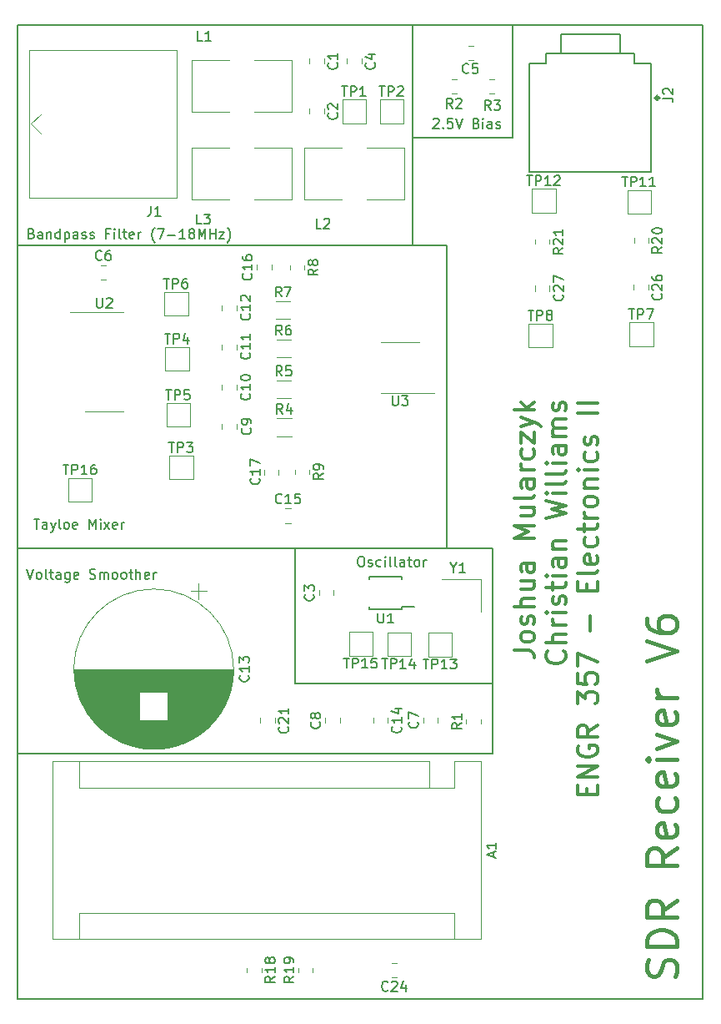
<source format=gbr>
%TF.GenerationSoftware,KiCad,Pcbnew,(6.0.4)*%
%TF.CreationDate,2022-06-06T09:07:08-07:00*%
%TF.ProjectId,Complete Schematic V6,436f6d70-6c65-4746-9520-536368656d61,rev?*%
%TF.SameCoordinates,Original*%
%TF.FileFunction,Legend,Top*%
%TF.FilePolarity,Positive*%
%FSLAX46Y46*%
G04 Gerber Fmt 4.6, Leading zero omitted, Abs format (unit mm)*
G04 Created by KiCad (PCBNEW (6.0.4)) date 2022-06-06 09:07:08*
%MOMM*%
%LPD*%
G01*
G04 APERTURE LIST*
%ADD10C,0.150000*%
%ADD11C,0.450000*%
%ADD12C,0.300000*%
%ADD13C,0.120000*%
%ADD14C,0.127000*%
%ADD15C,0.340000*%
G04 APERTURE END LIST*
D10*
X119888000Y-73279000D02*
X119888000Y-104013000D01*
X104521000Y-104013000D02*
X104521000Y-117729000D01*
X124587000Y-124841000D02*
X76327000Y-124841000D01*
X145923000Y-50927000D02*
X76327000Y-50927000D01*
X76327000Y-149733000D02*
X145923000Y-149733000D01*
X126619000Y-62357000D02*
X116459000Y-62357000D01*
X116459000Y-73279000D02*
X119888000Y-73279000D01*
X76327000Y-104013000D02*
X76327000Y-149733000D01*
X76327000Y-50927000D02*
X76327000Y-104013000D01*
X124587000Y-104013000D02*
X124587000Y-124841000D01*
X126619000Y-62357000D02*
X126619000Y-50927000D01*
X116459000Y-73279000D02*
X116459000Y-50927000D01*
X76327000Y-73279000D02*
X116459000Y-73279000D01*
X104521000Y-117729000D02*
X124587000Y-117729000D01*
X76327000Y-104013000D02*
X124587000Y-104013000D01*
X145923000Y-149733000D02*
X145923000Y-50927000D01*
X77954761Y-101052380D02*
X78526190Y-101052380D01*
X78240476Y-102052380D02*
X78240476Y-101052380D01*
X79288095Y-102052380D02*
X79288095Y-101528571D01*
X79240476Y-101433333D01*
X79145238Y-101385714D01*
X78954761Y-101385714D01*
X78859523Y-101433333D01*
X79288095Y-102004761D02*
X79192857Y-102052380D01*
X78954761Y-102052380D01*
X78859523Y-102004761D01*
X78811904Y-101909523D01*
X78811904Y-101814285D01*
X78859523Y-101719047D01*
X78954761Y-101671428D01*
X79192857Y-101671428D01*
X79288095Y-101623809D01*
X79669047Y-101385714D02*
X79907142Y-102052380D01*
X80145238Y-101385714D02*
X79907142Y-102052380D01*
X79811904Y-102290476D01*
X79764285Y-102338095D01*
X79669047Y-102385714D01*
X80669047Y-102052380D02*
X80573809Y-102004761D01*
X80526190Y-101909523D01*
X80526190Y-101052380D01*
X81192857Y-102052380D02*
X81097619Y-102004761D01*
X81050000Y-101957142D01*
X81002380Y-101861904D01*
X81002380Y-101576190D01*
X81050000Y-101480952D01*
X81097619Y-101433333D01*
X81192857Y-101385714D01*
X81335714Y-101385714D01*
X81430952Y-101433333D01*
X81478571Y-101480952D01*
X81526190Y-101576190D01*
X81526190Y-101861904D01*
X81478571Y-101957142D01*
X81430952Y-102004761D01*
X81335714Y-102052380D01*
X81192857Y-102052380D01*
X82335714Y-102004761D02*
X82240476Y-102052380D01*
X82050000Y-102052380D01*
X81954761Y-102004761D01*
X81907142Y-101909523D01*
X81907142Y-101528571D01*
X81954761Y-101433333D01*
X82050000Y-101385714D01*
X82240476Y-101385714D01*
X82335714Y-101433333D01*
X82383333Y-101528571D01*
X82383333Y-101623809D01*
X81907142Y-101719047D01*
X83573809Y-102052380D02*
X83573809Y-101052380D01*
X83907142Y-101766666D01*
X84240476Y-101052380D01*
X84240476Y-102052380D01*
X84716666Y-102052380D02*
X84716666Y-101385714D01*
X84716666Y-101052380D02*
X84669047Y-101100000D01*
X84716666Y-101147619D01*
X84764285Y-101100000D01*
X84716666Y-101052380D01*
X84716666Y-101147619D01*
X85097619Y-102052380D02*
X85621428Y-101385714D01*
X85097619Y-101385714D02*
X85621428Y-102052380D01*
X86383333Y-102004761D02*
X86288095Y-102052380D01*
X86097619Y-102052380D01*
X86002380Y-102004761D01*
X85954761Y-101909523D01*
X85954761Y-101528571D01*
X86002380Y-101433333D01*
X86097619Y-101385714D01*
X86288095Y-101385714D01*
X86383333Y-101433333D01*
X86430952Y-101528571D01*
X86430952Y-101623809D01*
X85954761Y-101719047D01*
X86859523Y-102052380D02*
X86859523Y-101385714D01*
X86859523Y-101576190D02*
X86907142Y-101480952D01*
X86954761Y-101433333D01*
X87050000Y-101385714D01*
X87145238Y-101385714D01*
D11*
X143073285Y-147444714D02*
X143216142Y-147016142D01*
X143216142Y-146301857D01*
X143073285Y-146016142D01*
X142930428Y-145873285D01*
X142644714Y-145730428D01*
X142359000Y-145730428D01*
X142073285Y-145873285D01*
X141930428Y-146016142D01*
X141787571Y-146301857D01*
X141644714Y-146873285D01*
X141501857Y-147159000D01*
X141359000Y-147301857D01*
X141073285Y-147444714D01*
X140787571Y-147444714D01*
X140501857Y-147301857D01*
X140359000Y-147159000D01*
X140216142Y-146873285D01*
X140216142Y-146159000D01*
X140359000Y-145730428D01*
X143216142Y-144444714D02*
X140216142Y-144444714D01*
X140216142Y-143730428D01*
X140359000Y-143301857D01*
X140644714Y-143016142D01*
X140930428Y-142873285D01*
X141501857Y-142730428D01*
X141930428Y-142730428D01*
X142501857Y-142873285D01*
X142787571Y-143016142D01*
X143073285Y-143301857D01*
X143216142Y-143730428D01*
X143216142Y-144444714D01*
X143216142Y-139730428D02*
X141787571Y-140730428D01*
X143216142Y-141444714D02*
X140216142Y-141444714D01*
X140216142Y-140301857D01*
X140359000Y-140016142D01*
X140501857Y-139873285D01*
X140787571Y-139730428D01*
X141216142Y-139730428D01*
X141501857Y-139873285D01*
X141644714Y-140016142D01*
X141787571Y-140301857D01*
X141787571Y-141444714D01*
X143216142Y-134444714D02*
X141787571Y-135444714D01*
X143216142Y-136159000D02*
X140216142Y-136159000D01*
X140216142Y-135016142D01*
X140359000Y-134730428D01*
X140501857Y-134587571D01*
X140787571Y-134444714D01*
X141216142Y-134444714D01*
X141501857Y-134587571D01*
X141644714Y-134730428D01*
X141787571Y-135016142D01*
X141787571Y-136159000D01*
X143073285Y-132016142D02*
X143216142Y-132301857D01*
X143216142Y-132873285D01*
X143073285Y-133159000D01*
X142787571Y-133301857D01*
X141644714Y-133301857D01*
X141359000Y-133159000D01*
X141216142Y-132873285D01*
X141216142Y-132301857D01*
X141359000Y-132016142D01*
X141644714Y-131873285D01*
X141930428Y-131873285D01*
X142216142Y-133301857D01*
X143073285Y-129301857D02*
X143216142Y-129587571D01*
X143216142Y-130159000D01*
X143073285Y-130444714D01*
X142930428Y-130587571D01*
X142644714Y-130730428D01*
X141787571Y-130730428D01*
X141501857Y-130587571D01*
X141359000Y-130444714D01*
X141216142Y-130159000D01*
X141216142Y-129587571D01*
X141359000Y-129301857D01*
X143073285Y-126873285D02*
X143216142Y-127159000D01*
X143216142Y-127730428D01*
X143073285Y-128016142D01*
X142787571Y-128159000D01*
X141644714Y-128159000D01*
X141359000Y-128016142D01*
X141216142Y-127730428D01*
X141216142Y-127159000D01*
X141359000Y-126873285D01*
X141644714Y-126730428D01*
X141930428Y-126730428D01*
X142216142Y-128159000D01*
X143216142Y-125444714D02*
X141216142Y-125444714D01*
X140216142Y-125444714D02*
X140359000Y-125587571D01*
X140501857Y-125444714D01*
X140359000Y-125301857D01*
X140216142Y-125444714D01*
X140501857Y-125444714D01*
X141216142Y-124301857D02*
X143216142Y-123587571D01*
X141216142Y-122873285D01*
X143073285Y-120587571D02*
X143216142Y-120873285D01*
X143216142Y-121444714D01*
X143073285Y-121730428D01*
X142787571Y-121873285D01*
X141644714Y-121873285D01*
X141359000Y-121730428D01*
X141216142Y-121444714D01*
X141216142Y-120873285D01*
X141359000Y-120587571D01*
X141644714Y-120444714D01*
X141930428Y-120444714D01*
X142216142Y-121873285D01*
X143216142Y-119159000D02*
X141216142Y-119159000D01*
X141787571Y-119159000D02*
X141501857Y-119016142D01*
X141359000Y-118873285D01*
X141216142Y-118587571D01*
X141216142Y-118301857D01*
X140216142Y-115444714D02*
X143216142Y-114444714D01*
X140216142Y-113444714D01*
X140216142Y-111159000D02*
X140216142Y-111730428D01*
X140359000Y-112016142D01*
X140501857Y-112159000D01*
X140930428Y-112444714D01*
X141501857Y-112587571D01*
X142644714Y-112587571D01*
X142930428Y-112444714D01*
X143073285Y-112301857D01*
X143216142Y-112016142D01*
X143216142Y-111444714D01*
X143073285Y-111159000D01*
X142930428Y-111016142D01*
X142644714Y-110873285D01*
X141930428Y-110873285D01*
X141644714Y-111016142D01*
X141501857Y-111159000D01*
X141359000Y-111444714D01*
X141359000Y-112016142D01*
X141501857Y-112301857D01*
X141644714Y-112444714D01*
X141930428Y-112587571D01*
D10*
X118515238Y-60507619D02*
X118562857Y-60460000D01*
X118658095Y-60412380D01*
X118896190Y-60412380D01*
X118991428Y-60460000D01*
X119039047Y-60507619D01*
X119086666Y-60602857D01*
X119086666Y-60698095D01*
X119039047Y-60840952D01*
X118467619Y-61412380D01*
X119086666Y-61412380D01*
X119515238Y-61317142D02*
X119562857Y-61364761D01*
X119515238Y-61412380D01*
X119467619Y-61364761D01*
X119515238Y-61317142D01*
X119515238Y-61412380D01*
X120467619Y-60412380D02*
X119991428Y-60412380D01*
X119943809Y-60888571D01*
X119991428Y-60840952D01*
X120086666Y-60793333D01*
X120324761Y-60793333D01*
X120420000Y-60840952D01*
X120467619Y-60888571D01*
X120515238Y-60983809D01*
X120515238Y-61221904D01*
X120467619Y-61317142D01*
X120420000Y-61364761D01*
X120324761Y-61412380D01*
X120086666Y-61412380D01*
X119991428Y-61364761D01*
X119943809Y-61317142D01*
X120800952Y-60412380D02*
X121134285Y-61412380D01*
X121467619Y-60412380D01*
X122896190Y-60888571D02*
X123039047Y-60936190D01*
X123086666Y-60983809D01*
X123134285Y-61079047D01*
X123134285Y-61221904D01*
X123086666Y-61317142D01*
X123039047Y-61364761D01*
X122943809Y-61412380D01*
X122562857Y-61412380D01*
X122562857Y-60412380D01*
X122896190Y-60412380D01*
X122991428Y-60460000D01*
X123039047Y-60507619D01*
X123086666Y-60602857D01*
X123086666Y-60698095D01*
X123039047Y-60793333D01*
X122991428Y-60840952D01*
X122896190Y-60888571D01*
X122562857Y-60888571D01*
X123562857Y-61412380D02*
X123562857Y-60745714D01*
X123562857Y-60412380D02*
X123515238Y-60460000D01*
X123562857Y-60507619D01*
X123610476Y-60460000D01*
X123562857Y-60412380D01*
X123562857Y-60507619D01*
X124467619Y-61412380D02*
X124467619Y-60888571D01*
X124420000Y-60793333D01*
X124324761Y-60745714D01*
X124134285Y-60745714D01*
X124039047Y-60793333D01*
X124467619Y-61364761D02*
X124372380Y-61412380D01*
X124134285Y-61412380D01*
X124039047Y-61364761D01*
X123991428Y-61269523D01*
X123991428Y-61174285D01*
X124039047Y-61079047D01*
X124134285Y-61031428D01*
X124372380Y-61031428D01*
X124467619Y-60983809D01*
X124896190Y-61364761D02*
X124991428Y-61412380D01*
X125181904Y-61412380D01*
X125277142Y-61364761D01*
X125324761Y-61269523D01*
X125324761Y-61221904D01*
X125277142Y-61126666D01*
X125181904Y-61079047D01*
X125039047Y-61079047D01*
X124943809Y-61031428D01*
X124896190Y-60936190D01*
X124896190Y-60888571D01*
X124943809Y-60793333D01*
X125039047Y-60745714D01*
X125181904Y-60745714D01*
X125277142Y-60793333D01*
X77248571Y-106132380D02*
X77581904Y-107132380D01*
X77915238Y-106132380D01*
X78391428Y-107132380D02*
X78296190Y-107084761D01*
X78248571Y-107037142D01*
X78200952Y-106941904D01*
X78200952Y-106656190D01*
X78248571Y-106560952D01*
X78296190Y-106513333D01*
X78391428Y-106465714D01*
X78534285Y-106465714D01*
X78629523Y-106513333D01*
X78677142Y-106560952D01*
X78724761Y-106656190D01*
X78724761Y-106941904D01*
X78677142Y-107037142D01*
X78629523Y-107084761D01*
X78534285Y-107132380D01*
X78391428Y-107132380D01*
X79296190Y-107132380D02*
X79200952Y-107084761D01*
X79153333Y-106989523D01*
X79153333Y-106132380D01*
X79534285Y-106465714D02*
X79915238Y-106465714D01*
X79677142Y-106132380D02*
X79677142Y-106989523D01*
X79724761Y-107084761D01*
X79820000Y-107132380D01*
X79915238Y-107132380D01*
X80677142Y-107132380D02*
X80677142Y-106608571D01*
X80629523Y-106513333D01*
X80534285Y-106465714D01*
X80343809Y-106465714D01*
X80248571Y-106513333D01*
X80677142Y-107084761D02*
X80581904Y-107132380D01*
X80343809Y-107132380D01*
X80248571Y-107084761D01*
X80200952Y-106989523D01*
X80200952Y-106894285D01*
X80248571Y-106799047D01*
X80343809Y-106751428D01*
X80581904Y-106751428D01*
X80677142Y-106703809D01*
X81581904Y-106465714D02*
X81581904Y-107275238D01*
X81534285Y-107370476D01*
X81486666Y-107418095D01*
X81391428Y-107465714D01*
X81248571Y-107465714D01*
X81153333Y-107418095D01*
X81581904Y-107084761D02*
X81486666Y-107132380D01*
X81296190Y-107132380D01*
X81200952Y-107084761D01*
X81153333Y-107037142D01*
X81105714Y-106941904D01*
X81105714Y-106656190D01*
X81153333Y-106560952D01*
X81200952Y-106513333D01*
X81296190Y-106465714D01*
X81486666Y-106465714D01*
X81581904Y-106513333D01*
X82439047Y-107084761D02*
X82343809Y-107132380D01*
X82153333Y-107132380D01*
X82058095Y-107084761D01*
X82010476Y-106989523D01*
X82010476Y-106608571D01*
X82058095Y-106513333D01*
X82153333Y-106465714D01*
X82343809Y-106465714D01*
X82439047Y-106513333D01*
X82486666Y-106608571D01*
X82486666Y-106703809D01*
X82010476Y-106799047D01*
X83629523Y-107084761D02*
X83772380Y-107132380D01*
X84010476Y-107132380D01*
X84105714Y-107084761D01*
X84153333Y-107037142D01*
X84200952Y-106941904D01*
X84200952Y-106846666D01*
X84153333Y-106751428D01*
X84105714Y-106703809D01*
X84010476Y-106656190D01*
X83820000Y-106608571D01*
X83724761Y-106560952D01*
X83677142Y-106513333D01*
X83629523Y-106418095D01*
X83629523Y-106322857D01*
X83677142Y-106227619D01*
X83724761Y-106180000D01*
X83820000Y-106132380D01*
X84058095Y-106132380D01*
X84200952Y-106180000D01*
X84629523Y-107132380D02*
X84629523Y-106465714D01*
X84629523Y-106560952D02*
X84677142Y-106513333D01*
X84772380Y-106465714D01*
X84915238Y-106465714D01*
X85010476Y-106513333D01*
X85058095Y-106608571D01*
X85058095Y-107132380D01*
X85058095Y-106608571D02*
X85105714Y-106513333D01*
X85200952Y-106465714D01*
X85343809Y-106465714D01*
X85439047Y-106513333D01*
X85486666Y-106608571D01*
X85486666Y-107132380D01*
X86105714Y-107132380D02*
X86010476Y-107084761D01*
X85962857Y-107037142D01*
X85915238Y-106941904D01*
X85915238Y-106656190D01*
X85962857Y-106560952D01*
X86010476Y-106513333D01*
X86105714Y-106465714D01*
X86248571Y-106465714D01*
X86343809Y-106513333D01*
X86391428Y-106560952D01*
X86439047Y-106656190D01*
X86439047Y-106941904D01*
X86391428Y-107037142D01*
X86343809Y-107084761D01*
X86248571Y-107132380D01*
X86105714Y-107132380D01*
X87010476Y-107132380D02*
X86915238Y-107084761D01*
X86867619Y-107037142D01*
X86820000Y-106941904D01*
X86820000Y-106656190D01*
X86867619Y-106560952D01*
X86915238Y-106513333D01*
X87010476Y-106465714D01*
X87153333Y-106465714D01*
X87248571Y-106513333D01*
X87296190Y-106560952D01*
X87343809Y-106656190D01*
X87343809Y-106941904D01*
X87296190Y-107037142D01*
X87248571Y-107084761D01*
X87153333Y-107132380D01*
X87010476Y-107132380D01*
X87629523Y-106465714D02*
X88010476Y-106465714D01*
X87772380Y-106132380D02*
X87772380Y-106989523D01*
X87820000Y-107084761D01*
X87915238Y-107132380D01*
X88010476Y-107132380D01*
X88343809Y-107132380D02*
X88343809Y-106132380D01*
X88772380Y-107132380D02*
X88772380Y-106608571D01*
X88724761Y-106513333D01*
X88629523Y-106465714D01*
X88486666Y-106465714D01*
X88391428Y-106513333D01*
X88343809Y-106560952D01*
X89629523Y-107084761D02*
X89534285Y-107132380D01*
X89343809Y-107132380D01*
X89248571Y-107084761D01*
X89200952Y-106989523D01*
X89200952Y-106608571D01*
X89248571Y-106513333D01*
X89343809Y-106465714D01*
X89534285Y-106465714D01*
X89629523Y-106513333D01*
X89677142Y-106608571D01*
X89677142Y-106703809D01*
X89200952Y-106799047D01*
X90105714Y-107132380D02*
X90105714Y-106465714D01*
X90105714Y-106656190D02*
X90153333Y-106560952D01*
X90200952Y-106513333D01*
X90296190Y-106465714D01*
X90391428Y-106465714D01*
X77701428Y-72089971D02*
X77844285Y-72137590D01*
X77891904Y-72185209D01*
X77939523Y-72280447D01*
X77939523Y-72423304D01*
X77891904Y-72518542D01*
X77844285Y-72566161D01*
X77749047Y-72613780D01*
X77368095Y-72613780D01*
X77368095Y-71613780D01*
X77701428Y-71613780D01*
X77796666Y-71661400D01*
X77844285Y-71709019D01*
X77891904Y-71804257D01*
X77891904Y-71899495D01*
X77844285Y-71994733D01*
X77796666Y-72042352D01*
X77701428Y-72089971D01*
X77368095Y-72089971D01*
X78796666Y-72613780D02*
X78796666Y-72089971D01*
X78749047Y-71994733D01*
X78653809Y-71947114D01*
X78463333Y-71947114D01*
X78368095Y-71994733D01*
X78796666Y-72566161D02*
X78701428Y-72613780D01*
X78463333Y-72613780D01*
X78368095Y-72566161D01*
X78320476Y-72470923D01*
X78320476Y-72375685D01*
X78368095Y-72280447D01*
X78463333Y-72232828D01*
X78701428Y-72232828D01*
X78796666Y-72185209D01*
X79272857Y-71947114D02*
X79272857Y-72613780D01*
X79272857Y-72042352D02*
X79320476Y-71994733D01*
X79415714Y-71947114D01*
X79558571Y-71947114D01*
X79653809Y-71994733D01*
X79701428Y-72089971D01*
X79701428Y-72613780D01*
X80606190Y-72613780D02*
X80606190Y-71613780D01*
X80606190Y-72566161D02*
X80510952Y-72613780D01*
X80320476Y-72613780D01*
X80225238Y-72566161D01*
X80177619Y-72518542D01*
X80130000Y-72423304D01*
X80130000Y-72137590D01*
X80177619Y-72042352D01*
X80225238Y-71994733D01*
X80320476Y-71947114D01*
X80510952Y-71947114D01*
X80606190Y-71994733D01*
X81082380Y-71947114D02*
X81082380Y-72947114D01*
X81082380Y-71994733D02*
X81177619Y-71947114D01*
X81368095Y-71947114D01*
X81463333Y-71994733D01*
X81510952Y-72042352D01*
X81558571Y-72137590D01*
X81558571Y-72423304D01*
X81510952Y-72518542D01*
X81463333Y-72566161D01*
X81368095Y-72613780D01*
X81177619Y-72613780D01*
X81082380Y-72566161D01*
X82415714Y-72613780D02*
X82415714Y-72089971D01*
X82368095Y-71994733D01*
X82272857Y-71947114D01*
X82082380Y-71947114D01*
X81987142Y-71994733D01*
X82415714Y-72566161D02*
X82320476Y-72613780D01*
X82082380Y-72613780D01*
X81987142Y-72566161D01*
X81939523Y-72470923D01*
X81939523Y-72375685D01*
X81987142Y-72280447D01*
X82082380Y-72232828D01*
X82320476Y-72232828D01*
X82415714Y-72185209D01*
X82844285Y-72566161D02*
X82939523Y-72613780D01*
X83130000Y-72613780D01*
X83225238Y-72566161D01*
X83272857Y-72470923D01*
X83272857Y-72423304D01*
X83225238Y-72328066D01*
X83130000Y-72280447D01*
X82987142Y-72280447D01*
X82891904Y-72232828D01*
X82844285Y-72137590D01*
X82844285Y-72089971D01*
X82891904Y-71994733D01*
X82987142Y-71947114D01*
X83130000Y-71947114D01*
X83225238Y-71994733D01*
X83653809Y-72566161D02*
X83749047Y-72613780D01*
X83939523Y-72613780D01*
X84034761Y-72566161D01*
X84082380Y-72470923D01*
X84082380Y-72423304D01*
X84034761Y-72328066D01*
X83939523Y-72280447D01*
X83796666Y-72280447D01*
X83701428Y-72232828D01*
X83653809Y-72137590D01*
X83653809Y-72089971D01*
X83701428Y-71994733D01*
X83796666Y-71947114D01*
X83939523Y-71947114D01*
X84034761Y-71994733D01*
X85606190Y-72089971D02*
X85272857Y-72089971D01*
X85272857Y-72613780D02*
X85272857Y-71613780D01*
X85749047Y-71613780D01*
X86130000Y-72613780D02*
X86130000Y-71947114D01*
X86130000Y-71613780D02*
X86082380Y-71661400D01*
X86130000Y-71709019D01*
X86177619Y-71661400D01*
X86130000Y-71613780D01*
X86130000Y-71709019D01*
X86749047Y-72613780D02*
X86653809Y-72566161D01*
X86606190Y-72470923D01*
X86606190Y-71613780D01*
X86987142Y-71947114D02*
X87368095Y-71947114D01*
X87130000Y-71613780D02*
X87130000Y-72470923D01*
X87177619Y-72566161D01*
X87272857Y-72613780D01*
X87368095Y-72613780D01*
X88082380Y-72566161D02*
X87987142Y-72613780D01*
X87796666Y-72613780D01*
X87701428Y-72566161D01*
X87653809Y-72470923D01*
X87653809Y-72089971D01*
X87701428Y-71994733D01*
X87796666Y-71947114D01*
X87987142Y-71947114D01*
X88082380Y-71994733D01*
X88130000Y-72089971D01*
X88130000Y-72185209D01*
X87653809Y-72280447D01*
X88558571Y-72613780D02*
X88558571Y-71947114D01*
X88558571Y-72137590D02*
X88606190Y-72042352D01*
X88653809Y-71994733D01*
X88749047Y-71947114D01*
X88844285Y-71947114D01*
X90225238Y-72994733D02*
X90177619Y-72947114D01*
X90082380Y-72804257D01*
X90034761Y-72709019D01*
X89987142Y-72566161D01*
X89939523Y-72328066D01*
X89939523Y-72137590D01*
X89987142Y-71899495D01*
X90034761Y-71756638D01*
X90082380Y-71661400D01*
X90177619Y-71518542D01*
X90225238Y-71470923D01*
X90510952Y-71613780D02*
X91177619Y-71613780D01*
X90749047Y-72613780D01*
X91558571Y-72232828D02*
X92320476Y-72232828D01*
X93320476Y-72613780D02*
X92749047Y-72613780D01*
X93034761Y-72613780D02*
X93034761Y-71613780D01*
X92939523Y-71756638D01*
X92844285Y-71851876D01*
X92749047Y-71899495D01*
X93891904Y-72042352D02*
X93796666Y-71994733D01*
X93749047Y-71947114D01*
X93701428Y-71851876D01*
X93701428Y-71804257D01*
X93749047Y-71709019D01*
X93796666Y-71661400D01*
X93891904Y-71613780D01*
X94082380Y-71613780D01*
X94177619Y-71661400D01*
X94225238Y-71709019D01*
X94272857Y-71804257D01*
X94272857Y-71851876D01*
X94225238Y-71947114D01*
X94177619Y-71994733D01*
X94082380Y-72042352D01*
X93891904Y-72042352D01*
X93796666Y-72089971D01*
X93749047Y-72137590D01*
X93701428Y-72232828D01*
X93701428Y-72423304D01*
X93749047Y-72518542D01*
X93796666Y-72566161D01*
X93891904Y-72613780D01*
X94082380Y-72613780D01*
X94177619Y-72566161D01*
X94225238Y-72518542D01*
X94272857Y-72423304D01*
X94272857Y-72232828D01*
X94225238Y-72137590D01*
X94177619Y-72089971D01*
X94082380Y-72042352D01*
X94701428Y-72613780D02*
X94701428Y-71613780D01*
X95034761Y-72328066D01*
X95368095Y-71613780D01*
X95368095Y-72613780D01*
X95844285Y-72613780D02*
X95844285Y-71613780D01*
X95844285Y-72089971D02*
X96415714Y-72089971D01*
X96415714Y-72613780D02*
X96415714Y-71613780D01*
X96796666Y-71947114D02*
X97320476Y-71947114D01*
X96796666Y-72613780D01*
X97320476Y-72613780D01*
X97606190Y-72994733D02*
X97653809Y-72947114D01*
X97749047Y-72804257D01*
X97796666Y-72709019D01*
X97844285Y-72566161D01*
X97891904Y-72328066D01*
X97891904Y-72137590D01*
X97844285Y-71899495D01*
X97796666Y-71756638D01*
X97749047Y-71661400D01*
X97653809Y-71518542D01*
X97606190Y-71470923D01*
D12*
X126748761Y-114364809D02*
X128177333Y-114364809D01*
X128463047Y-114460047D01*
X128653523Y-114650523D01*
X128748761Y-114936238D01*
X128748761Y-115126714D01*
X128748761Y-113126714D02*
X128653523Y-113317190D01*
X128558285Y-113412428D01*
X128367809Y-113507666D01*
X127796380Y-113507666D01*
X127605904Y-113412428D01*
X127510666Y-113317190D01*
X127415428Y-113126714D01*
X127415428Y-112841000D01*
X127510666Y-112650523D01*
X127605904Y-112555285D01*
X127796380Y-112460047D01*
X128367809Y-112460047D01*
X128558285Y-112555285D01*
X128653523Y-112650523D01*
X128748761Y-112841000D01*
X128748761Y-113126714D01*
X128653523Y-111698142D02*
X128748761Y-111507666D01*
X128748761Y-111126714D01*
X128653523Y-110936238D01*
X128463047Y-110841000D01*
X128367809Y-110841000D01*
X128177333Y-110936238D01*
X128082095Y-111126714D01*
X128082095Y-111412428D01*
X127986857Y-111602904D01*
X127796380Y-111698142D01*
X127701142Y-111698142D01*
X127510666Y-111602904D01*
X127415428Y-111412428D01*
X127415428Y-111126714D01*
X127510666Y-110936238D01*
X128748761Y-109983857D02*
X126748761Y-109983857D01*
X128748761Y-109126714D02*
X127701142Y-109126714D01*
X127510666Y-109221952D01*
X127415428Y-109412428D01*
X127415428Y-109698142D01*
X127510666Y-109888619D01*
X127605904Y-109983857D01*
X127415428Y-107317190D02*
X128748761Y-107317190D01*
X127415428Y-108174333D02*
X128463047Y-108174333D01*
X128653523Y-108079095D01*
X128748761Y-107888619D01*
X128748761Y-107602904D01*
X128653523Y-107412428D01*
X128558285Y-107317190D01*
X128748761Y-105507666D02*
X127701142Y-105507666D01*
X127510666Y-105602904D01*
X127415428Y-105793380D01*
X127415428Y-106174333D01*
X127510666Y-106364809D01*
X128653523Y-105507666D02*
X128748761Y-105698142D01*
X128748761Y-106174333D01*
X128653523Y-106364809D01*
X128463047Y-106460047D01*
X128272571Y-106460047D01*
X128082095Y-106364809D01*
X127986857Y-106174333D01*
X127986857Y-105698142D01*
X127891619Y-105507666D01*
X128748761Y-103031476D02*
X126748761Y-103031476D01*
X128177333Y-102364809D01*
X126748761Y-101698142D01*
X128748761Y-101698142D01*
X127415428Y-99888619D02*
X128748761Y-99888619D01*
X127415428Y-100745761D02*
X128463047Y-100745761D01*
X128653523Y-100650523D01*
X128748761Y-100460047D01*
X128748761Y-100174333D01*
X128653523Y-99983857D01*
X128558285Y-99888619D01*
X128748761Y-98650523D02*
X128653523Y-98841000D01*
X128463047Y-98936238D01*
X126748761Y-98936238D01*
X128748761Y-97031476D02*
X127701142Y-97031476D01*
X127510666Y-97126714D01*
X127415428Y-97317190D01*
X127415428Y-97698142D01*
X127510666Y-97888619D01*
X128653523Y-97031476D02*
X128748761Y-97221952D01*
X128748761Y-97698142D01*
X128653523Y-97888619D01*
X128463047Y-97983857D01*
X128272571Y-97983857D01*
X128082095Y-97888619D01*
X127986857Y-97698142D01*
X127986857Y-97221952D01*
X127891619Y-97031476D01*
X128748761Y-96079095D02*
X127415428Y-96079095D01*
X127796380Y-96079095D02*
X127605904Y-95983857D01*
X127510666Y-95888619D01*
X127415428Y-95698142D01*
X127415428Y-95507666D01*
X128653523Y-93983857D02*
X128748761Y-94174333D01*
X128748761Y-94555285D01*
X128653523Y-94745761D01*
X128558285Y-94841000D01*
X128367809Y-94936238D01*
X127796380Y-94936238D01*
X127605904Y-94841000D01*
X127510666Y-94745761D01*
X127415428Y-94555285D01*
X127415428Y-94174333D01*
X127510666Y-93983857D01*
X127415428Y-93317190D02*
X127415428Y-92269571D01*
X128748761Y-93317190D01*
X128748761Y-92269571D01*
X127415428Y-91698142D02*
X128748761Y-91221952D01*
X127415428Y-90745761D02*
X128748761Y-91221952D01*
X129224952Y-91412428D01*
X129320190Y-91507666D01*
X129415428Y-91698142D01*
X128748761Y-89983857D02*
X126748761Y-89983857D01*
X127986857Y-89793380D02*
X128748761Y-89221952D01*
X127415428Y-89221952D02*
X128177333Y-89983857D01*
X131778285Y-114460047D02*
X131873523Y-114555285D01*
X131968761Y-114841000D01*
X131968761Y-115031476D01*
X131873523Y-115317190D01*
X131683047Y-115507666D01*
X131492571Y-115602904D01*
X131111619Y-115698142D01*
X130825904Y-115698142D01*
X130444952Y-115602904D01*
X130254476Y-115507666D01*
X130064000Y-115317190D01*
X129968761Y-115031476D01*
X129968761Y-114841000D01*
X130064000Y-114555285D01*
X130159238Y-114460047D01*
X131968761Y-113602904D02*
X129968761Y-113602904D01*
X131968761Y-112745761D02*
X130921142Y-112745761D01*
X130730666Y-112841000D01*
X130635428Y-113031476D01*
X130635428Y-113317190D01*
X130730666Y-113507666D01*
X130825904Y-113602904D01*
X131968761Y-111793380D02*
X130635428Y-111793380D01*
X131016380Y-111793380D02*
X130825904Y-111698142D01*
X130730666Y-111602904D01*
X130635428Y-111412428D01*
X130635428Y-111221952D01*
X131968761Y-110555285D02*
X130635428Y-110555285D01*
X129968761Y-110555285D02*
X130064000Y-110650523D01*
X130159238Y-110555285D01*
X130064000Y-110460047D01*
X129968761Y-110555285D01*
X130159238Y-110555285D01*
X131873523Y-109698142D02*
X131968761Y-109507666D01*
X131968761Y-109126714D01*
X131873523Y-108936238D01*
X131683047Y-108841000D01*
X131587809Y-108841000D01*
X131397333Y-108936238D01*
X131302095Y-109126714D01*
X131302095Y-109412428D01*
X131206857Y-109602904D01*
X131016380Y-109698142D01*
X130921142Y-109698142D01*
X130730666Y-109602904D01*
X130635428Y-109412428D01*
X130635428Y-109126714D01*
X130730666Y-108936238D01*
X130635428Y-108269571D02*
X130635428Y-107507666D01*
X129968761Y-107983857D02*
X131683047Y-107983857D01*
X131873523Y-107888619D01*
X131968761Y-107698142D01*
X131968761Y-107507666D01*
X131968761Y-106841000D02*
X130635428Y-106841000D01*
X129968761Y-106841000D02*
X130064000Y-106936238D01*
X130159238Y-106841000D01*
X130064000Y-106745761D01*
X129968761Y-106841000D01*
X130159238Y-106841000D01*
X131968761Y-105031476D02*
X130921142Y-105031476D01*
X130730666Y-105126714D01*
X130635428Y-105317190D01*
X130635428Y-105698142D01*
X130730666Y-105888619D01*
X131873523Y-105031476D02*
X131968761Y-105221952D01*
X131968761Y-105698142D01*
X131873523Y-105888619D01*
X131683047Y-105983857D01*
X131492571Y-105983857D01*
X131302095Y-105888619D01*
X131206857Y-105698142D01*
X131206857Y-105221952D01*
X131111619Y-105031476D01*
X130635428Y-104079095D02*
X131968761Y-104079095D01*
X130825904Y-104079095D02*
X130730666Y-103983857D01*
X130635428Y-103793380D01*
X130635428Y-103507666D01*
X130730666Y-103317190D01*
X130921142Y-103221952D01*
X131968761Y-103221952D01*
X129968761Y-100936238D02*
X131968761Y-100460047D01*
X130540190Y-100079095D01*
X131968761Y-99698142D01*
X129968761Y-99221952D01*
X131968761Y-98460047D02*
X130635428Y-98460047D01*
X129968761Y-98460047D02*
X130064000Y-98555285D01*
X130159238Y-98460047D01*
X130064000Y-98364809D01*
X129968761Y-98460047D01*
X130159238Y-98460047D01*
X131968761Y-97221952D02*
X131873523Y-97412428D01*
X131683047Y-97507666D01*
X129968761Y-97507666D01*
X131968761Y-96174333D02*
X131873523Y-96364809D01*
X131683047Y-96460047D01*
X129968761Y-96460047D01*
X131968761Y-95412428D02*
X130635428Y-95412428D01*
X129968761Y-95412428D02*
X130064000Y-95507666D01*
X130159238Y-95412428D01*
X130064000Y-95317190D01*
X129968761Y-95412428D01*
X130159238Y-95412428D01*
X131968761Y-93602904D02*
X130921142Y-93602904D01*
X130730666Y-93698142D01*
X130635428Y-93888619D01*
X130635428Y-94269571D01*
X130730666Y-94460047D01*
X131873523Y-93602904D02*
X131968761Y-93793380D01*
X131968761Y-94269571D01*
X131873523Y-94460047D01*
X131683047Y-94555285D01*
X131492571Y-94555285D01*
X131302095Y-94460047D01*
X131206857Y-94269571D01*
X131206857Y-93793380D01*
X131111619Y-93602904D01*
X131968761Y-92650523D02*
X130635428Y-92650523D01*
X130825904Y-92650523D02*
X130730666Y-92555285D01*
X130635428Y-92364809D01*
X130635428Y-92079095D01*
X130730666Y-91888619D01*
X130921142Y-91793380D01*
X131968761Y-91793380D01*
X130921142Y-91793380D02*
X130730666Y-91698142D01*
X130635428Y-91507666D01*
X130635428Y-91221952D01*
X130730666Y-91031476D01*
X130921142Y-90936238D01*
X131968761Y-90936238D01*
X131873523Y-90079095D02*
X131968761Y-89888619D01*
X131968761Y-89507666D01*
X131873523Y-89317190D01*
X131683047Y-89221952D01*
X131587809Y-89221952D01*
X131397333Y-89317190D01*
X131302095Y-89507666D01*
X131302095Y-89793380D01*
X131206857Y-89983857D01*
X131016380Y-90079095D01*
X130921142Y-90079095D01*
X130730666Y-89983857D01*
X130635428Y-89793380D01*
X130635428Y-89507666D01*
X130730666Y-89317190D01*
X134141142Y-129031476D02*
X134141142Y-128364809D01*
X135188761Y-128079095D02*
X135188761Y-129031476D01*
X133188761Y-129031476D01*
X133188761Y-128079095D01*
X135188761Y-127221952D02*
X133188761Y-127221952D01*
X135188761Y-126079095D01*
X133188761Y-126079095D01*
X133284000Y-124079095D02*
X133188761Y-124269571D01*
X133188761Y-124555285D01*
X133284000Y-124840999D01*
X133474476Y-125031476D01*
X133664952Y-125126714D01*
X134045904Y-125221952D01*
X134331619Y-125221952D01*
X134712571Y-125126714D01*
X134903047Y-125031476D01*
X135093523Y-124840999D01*
X135188761Y-124555285D01*
X135188761Y-124364809D01*
X135093523Y-124079095D01*
X134998285Y-123983857D01*
X134331619Y-123983857D01*
X134331619Y-124364809D01*
X135188761Y-121983857D02*
X134236380Y-122650523D01*
X135188761Y-123126714D02*
X133188761Y-123126714D01*
X133188761Y-122364809D01*
X133284000Y-122174333D01*
X133379238Y-122079095D01*
X133569714Y-121983857D01*
X133855428Y-121983857D01*
X134045904Y-122079095D01*
X134141142Y-122174333D01*
X134236380Y-122364809D01*
X134236380Y-123126714D01*
X133188761Y-119793380D02*
X133188761Y-118555285D01*
X133950666Y-119221952D01*
X133950666Y-118936238D01*
X134045904Y-118745761D01*
X134141142Y-118650523D01*
X134331619Y-118555285D01*
X134807809Y-118555285D01*
X134998285Y-118650523D01*
X135093523Y-118745761D01*
X135188761Y-118936238D01*
X135188761Y-119507666D01*
X135093523Y-119698142D01*
X134998285Y-119793380D01*
X133188761Y-116745761D02*
X133188761Y-117698142D01*
X134141142Y-117793380D01*
X134045904Y-117698142D01*
X133950666Y-117507666D01*
X133950666Y-117031476D01*
X134045904Y-116840999D01*
X134141142Y-116745761D01*
X134331619Y-116650523D01*
X134807809Y-116650523D01*
X134998285Y-116745761D01*
X135093523Y-116840999D01*
X135188761Y-117031476D01*
X135188761Y-117507666D01*
X135093523Y-117698142D01*
X134998285Y-117793380D01*
X133188761Y-115983857D02*
X133188761Y-114650523D01*
X135188761Y-115507666D01*
X134426857Y-112364809D02*
X134426857Y-110841000D01*
X134141142Y-108364809D02*
X134141142Y-107698142D01*
X135188761Y-107412428D02*
X135188761Y-108364809D01*
X133188761Y-108364809D01*
X133188761Y-107412428D01*
X135188761Y-106269571D02*
X135093523Y-106460047D01*
X134903047Y-106555285D01*
X133188761Y-106555285D01*
X135093523Y-104745761D02*
X135188761Y-104936238D01*
X135188761Y-105317190D01*
X135093523Y-105507666D01*
X134903047Y-105602904D01*
X134141142Y-105602904D01*
X133950666Y-105507666D01*
X133855428Y-105317190D01*
X133855428Y-104936238D01*
X133950666Y-104745761D01*
X134141142Y-104650523D01*
X134331619Y-104650523D01*
X134522095Y-105602904D01*
X135093523Y-102936238D02*
X135188761Y-103126714D01*
X135188761Y-103507666D01*
X135093523Y-103698142D01*
X134998285Y-103793380D01*
X134807809Y-103888619D01*
X134236380Y-103888619D01*
X134045904Y-103793380D01*
X133950666Y-103698142D01*
X133855428Y-103507666D01*
X133855428Y-103126714D01*
X133950666Y-102936238D01*
X133855428Y-102364809D02*
X133855428Y-101602904D01*
X133188761Y-102079095D02*
X134903047Y-102079095D01*
X135093523Y-101983857D01*
X135188761Y-101793380D01*
X135188761Y-101602904D01*
X135188761Y-100936238D02*
X133855428Y-100936238D01*
X134236380Y-100936238D02*
X134045904Y-100841000D01*
X133950666Y-100745761D01*
X133855428Y-100555285D01*
X133855428Y-100364809D01*
X135188761Y-99412428D02*
X135093523Y-99602904D01*
X134998285Y-99698142D01*
X134807809Y-99793380D01*
X134236380Y-99793380D01*
X134045904Y-99698142D01*
X133950666Y-99602904D01*
X133855428Y-99412428D01*
X133855428Y-99126714D01*
X133950666Y-98936238D01*
X134045904Y-98841000D01*
X134236380Y-98745761D01*
X134807809Y-98745761D01*
X134998285Y-98841000D01*
X135093523Y-98936238D01*
X135188761Y-99126714D01*
X135188761Y-99412428D01*
X133855428Y-97888619D02*
X135188761Y-97888619D01*
X134045904Y-97888619D02*
X133950666Y-97793380D01*
X133855428Y-97602904D01*
X133855428Y-97317190D01*
X133950666Y-97126714D01*
X134141142Y-97031476D01*
X135188761Y-97031476D01*
X135188761Y-96079095D02*
X133855428Y-96079095D01*
X133188761Y-96079095D02*
X133284000Y-96174333D01*
X133379238Y-96079095D01*
X133284000Y-95983857D01*
X133188761Y-96079095D01*
X133379238Y-96079095D01*
X135093523Y-94269571D02*
X135188761Y-94460047D01*
X135188761Y-94841000D01*
X135093523Y-95031476D01*
X134998285Y-95126714D01*
X134807809Y-95221952D01*
X134236380Y-95221952D01*
X134045904Y-95126714D01*
X133950666Y-95031476D01*
X133855428Y-94841000D01*
X133855428Y-94460047D01*
X133950666Y-94269571D01*
X135093523Y-93507666D02*
X135188761Y-93317190D01*
X135188761Y-92936238D01*
X135093523Y-92745761D01*
X134903047Y-92650523D01*
X134807809Y-92650523D01*
X134617333Y-92745761D01*
X134522095Y-92936238D01*
X134522095Y-93221952D01*
X134426857Y-93412428D01*
X134236380Y-93507666D01*
X134141142Y-93507666D01*
X133950666Y-93412428D01*
X133855428Y-93221952D01*
X133855428Y-92936238D01*
X133950666Y-92745761D01*
X135188761Y-90269571D02*
X133188761Y-90269571D01*
X135188761Y-89317190D02*
X133188761Y-89317190D01*
D10*
X111109523Y-104862380D02*
X111300000Y-104862380D01*
X111395238Y-104910000D01*
X111490476Y-105005238D01*
X111538095Y-105195714D01*
X111538095Y-105529047D01*
X111490476Y-105719523D01*
X111395238Y-105814761D01*
X111300000Y-105862380D01*
X111109523Y-105862380D01*
X111014285Y-105814761D01*
X110919047Y-105719523D01*
X110871428Y-105529047D01*
X110871428Y-105195714D01*
X110919047Y-105005238D01*
X111014285Y-104910000D01*
X111109523Y-104862380D01*
X111919047Y-105814761D02*
X112014285Y-105862380D01*
X112204761Y-105862380D01*
X112300000Y-105814761D01*
X112347619Y-105719523D01*
X112347619Y-105671904D01*
X112300000Y-105576666D01*
X112204761Y-105529047D01*
X112061904Y-105529047D01*
X111966666Y-105481428D01*
X111919047Y-105386190D01*
X111919047Y-105338571D01*
X111966666Y-105243333D01*
X112061904Y-105195714D01*
X112204761Y-105195714D01*
X112300000Y-105243333D01*
X113204761Y-105814761D02*
X113109523Y-105862380D01*
X112919047Y-105862380D01*
X112823809Y-105814761D01*
X112776190Y-105767142D01*
X112728571Y-105671904D01*
X112728571Y-105386190D01*
X112776190Y-105290952D01*
X112823809Y-105243333D01*
X112919047Y-105195714D01*
X113109523Y-105195714D01*
X113204761Y-105243333D01*
X113633333Y-105862380D02*
X113633333Y-105195714D01*
X113633333Y-104862380D02*
X113585714Y-104910000D01*
X113633333Y-104957619D01*
X113680952Y-104910000D01*
X113633333Y-104862380D01*
X113633333Y-104957619D01*
X114252380Y-105862380D02*
X114157142Y-105814761D01*
X114109523Y-105719523D01*
X114109523Y-104862380D01*
X114776190Y-105862380D02*
X114680952Y-105814761D01*
X114633333Y-105719523D01*
X114633333Y-104862380D01*
X115585714Y-105862380D02*
X115585714Y-105338571D01*
X115538095Y-105243333D01*
X115442857Y-105195714D01*
X115252380Y-105195714D01*
X115157142Y-105243333D01*
X115585714Y-105814761D02*
X115490476Y-105862380D01*
X115252380Y-105862380D01*
X115157142Y-105814761D01*
X115109523Y-105719523D01*
X115109523Y-105624285D01*
X115157142Y-105529047D01*
X115252380Y-105481428D01*
X115490476Y-105481428D01*
X115585714Y-105433809D01*
X115919047Y-105195714D02*
X116300000Y-105195714D01*
X116061904Y-104862380D02*
X116061904Y-105719523D01*
X116109523Y-105814761D01*
X116204761Y-105862380D01*
X116300000Y-105862380D01*
X116776190Y-105862380D02*
X116680952Y-105814761D01*
X116633333Y-105767142D01*
X116585714Y-105671904D01*
X116585714Y-105386190D01*
X116633333Y-105290952D01*
X116680952Y-105243333D01*
X116776190Y-105195714D01*
X116919047Y-105195714D01*
X117014285Y-105243333D01*
X117061904Y-105290952D01*
X117109523Y-105386190D01*
X117109523Y-105671904D01*
X117061904Y-105767142D01*
X117014285Y-105814761D01*
X116919047Y-105862380D01*
X116776190Y-105862380D01*
X117538095Y-105862380D02*
X117538095Y-105195714D01*
X117538095Y-105386190D02*
X117585714Y-105290952D01*
X117633333Y-105243333D01*
X117728571Y-105195714D01*
X117823809Y-105195714D01*
%TO.C,A1*%
X124626666Y-135344285D02*
X124626666Y-134868095D01*
X124912380Y-135439523D02*
X123912380Y-135106190D01*
X124912380Y-134772857D01*
X124912380Y-133915714D02*
X124912380Y-134487142D01*
X124912380Y-134201428D02*
X123912380Y-134201428D01*
X124055238Y-134296666D01*
X124150476Y-134391904D01*
X124198095Y-134487142D01*
%TO.C,TP3*%
X91651295Y-93288580D02*
X92222723Y-93288580D01*
X91937009Y-94288580D02*
X91937009Y-93288580D01*
X92556057Y-94288580D02*
X92556057Y-93288580D01*
X92937009Y-93288580D01*
X93032247Y-93336200D01*
X93079866Y-93383819D01*
X93127485Y-93479057D01*
X93127485Y-93621914D01*
X93079866Y-93717152D01*
X93032247Y-93764771D01*
X92937009Y-93812390D01*
X92556057Y-93812390D01*
X93460819Y-93288580D02*
X94079866Y-93288580D01*
X93746533Y-93669533D01*
X93889390Y-93669533D01*
X93984628Y-93717152D01*
X94032247Y-93764771D01*
X94079866Y-93860009D01*
X94079866Y-94098104D01*
X94032247Y-94193342D01*
X93984628Y-94240961D01*
X93889390Y-94288580D01*
X93603676Y-94288580D01*
X93508438Y-94240961D01*
X93460819Y-94193342D01*
%TO.C,C11*%
X99848942Y-84183457D02*
X99896561Y-84231076D01*
X99944180Y-84373933D01*
X99944180Y-84469171D01*
X99896561Y-84612028D01*
X99801323Y-84707266D01*
X99706085Y-84754885D01*
X99515609Y-84802504D01*
X99372752Y-84802504D01*
X99182276Y-84754885D01*
X99087038Y-84707266D01*
X98991800Y-84612028D01*
X98944180Y-84469171D01*
X98944180Y-84373933D01*
X98991800Y-84231076D01*
X99039419Y-84183457D01*
X99944180Y-83231076D02*
X99944180Y-83802504D01*
X99944180Y-83516790D02*
X98944180Y-83516790D01*
X99087038Y-83612028D01*
X99182276Y-83707266D01*
X99229895Y-83802504D01*
X99944180Y-82278695D02*
X99944180Y-82850123D01*
X99944180Y-82564409D02*
X98944180Y-82564409D01*
X99087038Y-82659647D01*
X99182276Y-82754885D01*
X99229895Y-82850123D01*
%TO.C,C10*%
X99841842Y-88323657D02*
X99889461Y-88371276D01*
X99937080Y-88514133D01*
X99937080Y-88609371D01*
X99889461Y-88752228D01*
X99794223Y-88847466D01*
X99698985Y-88895085D01*
X99508509Y-88942704D01*
X99365652Y-88942704D01*
X99175176Y-88895085D01*
X99079938Y-88847466D01*
X98984700Y-88752228D01*
X98937080Y-88609371D01*
X98937080Y-88514133D01*
X98984700Y-88371276D01*
X99032319Y-88323657D01*
X99937080Y-87371276D02*
X99937080Y-87942704D01*
X99937080Y-87656990D02*
X98937080Y-87656990D01*
X99079938Y-87752228D01*
X99175176Y-87847466D01*
X99222795Y-87942704D01*
X98937080Y-86752228D02*
X98937080Y-86656990D01*
X98984700Y-86561752D01*
X99032319Y-86514133D01*
X99127557Y-86466514D01*
X99318033Y-86418895D01*
X99556128Y-86418895D01*
X99746604Y-86466514D01*
X99841842Y-86514133D01*
X99889461Y-86561752D01*
X99937080Y-86656990D01*
X99937080Y-86752228D01*
X99889461Y-86847466D01*
X99841842Y-86895085D01*
X99746604Y-86942704D01*
X99556128Y-86990323D01*
X99318033Y-86990323D01*
X99127557Y-86942704D01*
X99032319Y-86895085D01*
X98984700Y-86847466D01*
X98937080Y-86752228D01*
%TO.C,J2*%
X141858380Y-58352125D02*
X142572992Y-58352125D01*
X142715915Y-58399766D01*
X142811196Y-58495048D01*
X142858837Y-58637970D01*
X142858837Y-58733252D01*
X141953662Y-57923358D02*
X141906021Y-57875717D01*
X141858380Y-57780435D01*
X141858380Y-57542231D01*
X141906021Y-57446950D01*
X141953662Y-57399309D01*
X142048943Y-57351668D01*
X142144225Y-57351668D01*
X142287147Y-57399309D01*
X142858837Y-57970999D01*
X142858837Y-57351668D01*
%TO.C,C16*%
X100023142Y-76157057D02*
X100070761Y-76204676D01*
X100118380Y-76347533D01*
X100118380Y-76442771D01*
X100070761Y-76585628D01*
X99975523Y-76680866D01*
X99880285Y-76728485D01*
X99689809Y-76776104D01*
X99546952Y-76776104D01*
X99356476Y-76728485D01*
X99261238Y-76680866D01*
X99166000Y-76585628D01*
X99118380Y-76442771D01*
X99118380Y-76347533D01*
X99166000Y-76204676D01*
X99213619Y-76157057D01*
X100118380Y-75204676D02*
X100118380Y-75776104D01*
X100118380Y-75490390D02*
X99118380Y-75490390D01*
X99261238Y-75585628D01*
X99356476Y-75680866D01*
X99404095Y-75776104D01*
X99118380Y-74347533D02*
X99118380Y-74538009D01*
X99166000Y-74633247D01*
X99213619Y-74680866D01*
X99356476Y-74776104D01*
X99546952Y-74823723D01*
X99927904Y-74823723D01*
X100023142Y-74776104D01*
X100070761Y-74728485D01*
X100118380Y-74633247D01*
X100118380Y-74442771D01*
X100070761Y-74347533D01*
X100023142Y-74299914D01*
X99927904Y-74252295D01*
X99689809Y-74252295D01*
X99594571Y-74299914D01*
X99546952Y-74347533D01*
X99499333Y-74442771D01*
X99499333Y-74633247D01*
X99546952Y-74728485D01*
X99594571Y-74776104D01*
X99689809Y-74823723D01*
%TO.C,C1*%
X108717142Y-54776666D02*
X108764761Y-54824285D01*
X108812380Y-54967142D01*
X108812380Y-55062380D01*
X108764761Y-55205238D01*
X108669523Y-55300476D01*
X108574285Y-55348095D01*
X108383809Y-55395714D01*
X108240952Y-55395714D01*
X108050476Y-55348095D01*
X107955238Y-55300476D01*
X107860000Y-55205238D01*
X107812380Y-55062380D01*
X107812380Y-54967142D01*
X107860000Y-54824285D01*
X107907619Y-54776666D01*
X108812380Y-53824285D02*
X108812380Y-54395714D01*
X108812380Y-54110000D02*
X107812380Y-54110000D01*
X107955238Y-54205238D01*
X108050476Y-54300476D01*
X108098095Y-54395714D01*
%TO.C,C24*%
X113911142Y-148849142D02*
X113863523Y-148896761D01*
X113720666Y-148944380D01*
X113625428Y-148944380D01*
X113482571Y-148896761D01*
X113387333Y-148801523D01*
X113339714Y-148706285D01*
X113292095Y-148515809D01*
X113292095Y-148372952D01*
X113339714Y-148182476D01*
X113387333Y-148087238D01*
X113482571Y-147992000D01*
X113625428Y-147944380D01*
X113720666Y-147944380D01*
X113863523Y-147992000D01*
X113911142Y-148039619D01*
X114292095Y-148039619D02*
X114339714Y-147992000D01*
X114434952Y-147944380D01*
X114673047Y-147944380D01*
X114768285Y-147992000D01*
X114815904Y-148039619D01*
X114863523Y-148134857D01*
X114863523Y-148230095D01*
X114815904Y-148372952D01*
X114244476Y-148944380D01*
X114863523Y-148944380D01*
X115720666Y-148277714D02*
X115720666Y-148944380D01*
X115482571Y-147896761D02*
X115244476Y-148611047D01*
X115863523Y-148611047D01*
%TO.C,C26*%
X141660942Y-78199257D02*
X141708561Y-78246876D01*
X141756180Y-78389733D01*
X141756180Y-78484971D01*
X141708561Y-78627828D01*
X141613323Y-78723066D01*
X141518085Y-78770685D01*
X141327609Y-78818304D01*
X141184752Y-78818304D01*
X140994276Y-78770685D01*
X140899038Y-78723066D01*
X140803800Y-78627828D01*
X140756180Y-78484971D01*
X140756180Y-78389733D01*
X140803800Y-78246876D01*
X140851419Y-78199257D01*
X140851419Y-77818304D02*
X140803800Y-77770685D01*
X140756180Y-77675447D01*
X140756180Y-77437352D01*
X140803800Y-77342114D01*
X140851419Y-77294495D01*
X140946657Y-77246876D01*
X141041895Y-77246876D01*
X141184752Y-77294495D01*
X141756180Y-77865923D01*
X141756180Y-77246876D01*
X140756180Y-76389733D02*
X140756180Y-76580209D01*
X140803800Y-76675447D01*
X140851419Y-76723066D01*
X140994276Y-76818304D01*
X141184752Y-76865923D01*
X141565704Y-76865923D01*
X141660942Y-76818304D01*
X141708561Y-76770685D01*
X141756180Y-76675447D01*
X141756180Y-76484971D01*
X141708561Y-76389733D01*
X141660942Y-76342114D01*
X141565704Y-76294495D01*
X141327609Y-76294495D01*
X141232371Y-76342114D01*
X141184752Y-76389733D01*
X141137133Y-76484971D01*
X141137133Y-76675447D01*
X141184752Y-76770685D01*
X141232371Y-76818304D01*
X141327609Y-76865923D01*
%TO.C,L1*%
X95083333Y-52522380D02*
X94607142Y-52522380D01*
X94607142Y-51522380D01*
X95940476Y-52522380D02*
X95369047Y-52522380D01*
X95654761Y-52522380D02*
X95654761Y-51522380D01*
X95559523Y-51665238D01*
X95464285Y-51760476D01*
X95369047Y-51808095D01*
%TO.C,TP1*%
X109228095Y-57144380D02*
X109799523Y-57144380D01*
X109513809Y-58144380D02*
X109513809Y-57144380D01*
X110132857Y-58144380D02*
X110132857Y-57144380D01*
X110513809Y-57144380D01*
X110609047Y-57192000D01*
X110656666Y-57239619D01*
X110704285Y-57334857D01*
X110704285Y-57477714D01*
X110656666Y-57572952D01*
X110609047Y-57620571D01*
X110513809Y-57668190D01*
X110132857Y-57668190D01*
X111656666Y-58144380D02*
X111085238Y-58144380D01*
X111370952Y-58144380D02*
X111370952Y-57144380D01*
X111275714Y-57287238D01*
X111180476Y-57382476D01*
X111085238Y-57430095D01*
%TO.C,U3*%
X114376295Y-88526580D02*
X114376295Y-89336104D01*
X114423914Y-89431342D01*
X114471533Y-89478961D01*
X114566771Y-89526580D01*
X114757247Y-89526580D01*
X114852485Y-89478961D01*
X114900104Y-89431342D01*
X114947723Y-89336104D01*
X114947723Y-88526580D01*
X115328676Y-88526580D02*
X115947723Y-88526580D01*
X115614390Y-88907533D01*
X115757247Y-88907533D01*
X115852485Y-88955152D01*
X115900104Y-89002771D01*
X115947723Y-89098009D01*
X115947723Y-89336104D01*
X115900104Y-89431342D01*
X115852485Y-89478961D01*
X115757247Y-89526580D01*
X115471533Y-89526580D01*
X115376295Y-89478961D01*
X115328676Y-89431342D01*
%TO.C,R3*%
X124344133Y-59558180D02*
X124010800Y-59081990D01*
X123772704Y-59558180D02*
X123772704Y-58558180D01*
X124153657Y-58558180D01*
X124248895Y-58605800D01*
X124296514Y-58653419D01*
X124344133Y-58748657D01*
X124344133Y-58891514D01*
X124296514Y-58986752D01*
X124248895Y-59034371D01*
X124153657Y-59081990D01*
X123772704Y-59081990D01*
X124677466Y-58558180D02*
X125296514Y-58558180D01*
X124963180Y-58939133D01*
X125106038Y-58939133D01*
X125201276Y-58986752D01*
X125248895Y-59034371D01*
X125296514Y-59129609D01*
X125296514Y-59367704D01*
X125248895Y-59462942D01*
X125201276Y-59510561D01*
X125106038Y-59558180D01*
X124820323Y-59558180D01*
X124725085Y-59510561D01*
X124677466Y-59462942D01*
%TO.C,TP15*%
X109412304Y-115166180D02*
X109983733Y-115166180D01*
X109698019Y-116166180D02*
X109698019Y-115166180D01*
X110317066Y-116166180D02*
X110317066Y-115166180D01*
X110698019Y-115166180D01*
X110793257Y-115213800D01*
X110840876Y-115261419D01*
X110888495Y-115356657D01*
X110888495Y-115499514D01*
X110840876Y-115594752D01*
X110793257Y-115642371D01*
X110698019Y-115689990D01*
X110317066Y-115689990D01*
X111840876Y-116166180D02*
X111269447Y-116166180D01*
X111555161Y-116166180D02*
X111555161Y-115166180D01*
X111459923Y-115309038D01*
X111364685Y-115404276D01*
X111269447Y-115451895D01*
X112745638Y-115166180D02*
X112269447Y-115166180D01*
X112221828Y-115642371D01*
X112269447Y-115594752D01*
X112364685Y-115547133D01*
X112602780Y-115547133D01*
X112698019Y-115594752D01*
X112745638Y-115642371D01*
X112793257Y-115737609D01*
X112793257Y-115975704D01*
X112745638Y-116070942D01*
X112698019Y-116118561D01*
X112602780Y-116166180D01*
X112364685Y-116166180D01*
X112269447Y-116118561D01*
X112221828Y-116070942D01*
%TO.C,TP11*%
X137682504Y-66313780D02*
X138253933Y-66313780D01*
X137968219Y-67313780D02*
X137968219Y-66313780D01*
X138587266Y-67313780D02*
X138587266Y-66313780D01*
X138968219Y-66313780D01*
X139063457Y-66361400D01*
X139111076Y-66409019D01*
X139158695Y-66504257D01*
X139158695Y-66647114D01*
X139111076Y-66742352D01*
X139063457Y-66789971D01*
X138968219Y-66837590D01*
X138587266Y-66837590D01*
X140111076Y-67313780D02*
X139539647Y-67313780D01*
X139825361Y-67313780D02*
X139825361Y-66313780D01*
X139730123Y-66456638D01*
X139634885Y-66551876D01*
X139539647Y-66599495D01*
X141063457Y-67313780D02*
X140492028Y-67313780D01*
X140777742Y-67313780D02*
X140777742Y-66313780D01*
X140682504Y-66456638D01*
X140587266Y-66551876D01*
X140492028Y-66599495D01*
%TO.C,C21*%
X103713342Y-122141257D02*
X103760961Y-122188876D01*
X103808580Y-122331733D01*
X103808580Y-122426971D01*
X103760961Y-122569828D01*
X103665723Y-122665066D01*
X103570485Y-122712685D01*
X103380009Y-122760304D01*
X103237152Y-122760304D01*
X103046676Y-122712685D01*
X102951438Y-122665066D01*
X102856200Y-122569828D01*
X102808580Y-122426971D01*
X102808580Y-122331733D01*
X102856200Y-122188876D01*
X102903819Y-122141257D01*
X102903819Y-121760304D02*
X102856200Y-121712685D01*
X102808580Y-121617447D01*
X102808580Y-121379352D01*
X102856200Y-121284114D01*
X102903819Y-121236495D01*
X102999057Y-121188876D01*
X103094295Y-121188876D01*
X103237152Y-121236495D01*
X103808580Y-121807923D01*
X103808580Y-121188876D01*
X103808580Y-120236495D02*
X103808580Y-120807923D01*
X103808580Y-120522209D02*
X102808580Y-120522209D01*
X102951438Y-120617447D01*
X103046676Y-120712685D01*
X103094295Y-120807923D01*
%TO.C,R7*%
X103084333Y-78489980D02*
X102751000Y-78013790D01*
X102512904Y-78489980D02*
X102512904Y-77489980D01*
X102893857Y-77489980D01*
X102989095Y-77537600D01*
X103036714Y-77585219D01*
X103084333Y-77680457D01*
X103084333Y-77823314D01*
X103036714Y-77918552D01*
X102989095Y-77966171D01*
X102893857Y-78013790D01*
X102512904Y-78013790D01*
X103417666Y-77489980D02*
X104084333Y-77489980D01*
X103655761Y-78489980D01*
%TO.C,C15*%
X103116142Y-99388142D02*
X103068523Y-99435761D01*
X102925666Y-99483380D01*
X102830428Y-99483380D01*
X102687571Y-99435761D01*
X102592333Y-99340523D01*
X102544714Y-99245285D01*
X102497095Y-99054809D01*
X102497095Y-98911952D01*
X102544714Y-98721476D01*
X102592333Y-98626238D01*
X102687571Y-98531000D01*
X102830428Y-98483380D01*
X102925666Y-98483380D01*
X103068523Y-98531000D01*
X103116142Y-98578619D01*
X104068523Y-99483380D02*
X103497095Y-99483380D01*
X103782809Y-99483380D02*
X103782809Y-98483380D01*
X103687571Y-98626238D01*
X103592333Y-98721476D01*
X103497095Y-98769095D01*
X104973285Y-98483380D02*
X104497095Y-98483380D01*
X104449476Y-98959571D01*
X104497095Y-98911952D01*
X104592333Y-98864333D01*
X104830428Y-98864333D01*
X104925666Y-98911952D01*
X104973285Y-98959571D01*
X105020904Y-99054809D01*
X105020904Y-99292904D01*
X104973285Y-99388142D01*
X104925666Y-99435761D01*
X104830428Y-99483380D01*
X104592333Y-99483380D01*
X104497095Y-99435761D01*
X104449476Y-99388142D01*
%TO.C,C6*%
X84821733Y-74699342D02*
X84774114Y-74746961D01*
X84631257Y-74794580D01*
X84536019Y-74794580D01*
X84393161Y-74746961D01*
X84297923Y-74651723D01*
X84250304Y-74556485D01*
X84202685Y-74366009D01*
X84202685Y-74223152D01*
X84250304Y-74032676D01*
X84297923Y-73937438D01*
X84393161Y-73842200D01*
X84536019Y-73794580D01*
X84631257Y-73794580D01*
X84774114Y-73842200D01*
X84821733Y-73889819D01*
X85678876Y-73794580D02*
X85488400Y-73794580D01*
X85393161Y-73842200D01*
X85345542Y-73889819D01*
X85250304Y-74032676D01*
X85202685Y-74223152D01*
X85202685Y-74604104D01*
X85250304Y-74699342D01*
X85297923Y-74746961D01*
X85393161Y-74794580D01*
X85583638Y-74794580D01*
X85678876Y-74746961D01*
X85726495Y-74699342D01*
X85774114Y-74604104D01*
X85774114Y-74366009D01*
X85726495Y-74270771D01*
X85678876Y-74223152D01*
X85583638Y-74175533D01*
X85393161Y-74175533D01*
X85297923Y-74223152D01*
X85250304Y-74270771D01*
X85202685Y-74366009D01*
%TO.C,C3*%
X106322342Y-108700866D02*
X106369961Y-108748485D01*
X106417580Y-108891342D01*
X106417580Y-108986580D01*
X106369961Y-109129438D01*
X106274723Y-109224676D01*
X106179485Y-109272295D01*
X105989009Y-109319914D01*
X105846152Y-109319914D01*
X105655676Y-109272295D01*
X105560438Y-109224676D01*
X105465200Y-109129438D01*
X105417580Y-108986580D01*
X105417580Y-108891342D01*
X105465200Y-108748485D01*
X105512819Y-108700866D01*
X105417580Y-108367533D02*
X105417580Y-107748485D01*
X105798533Y-108081819D01*
X105798533Y-107938961D01*
X105846152Y-107843723D01*
X105893771Y-107796104D01*
X105989009Y-107748485D01*
X106227104Y-107748485D01*
X106322342Y-107796104D01*
X106369961Y-107843723D01*
X106417580Y-107938961D01*
X106417580Y-108224676D01*
X106369961Y-108319914D01*
X106322342Y-108367533D01*
%TO.C,R18*%
X102432380Y-147454857D02*
X101956190Y-147788190D01*
X102432380Y-148026285D02*
X101432380Y-148026285D01*
X101432380Y-147645333D01*
X101480000Y-147550095D01*
X101527619Y-147502476D01*
X101622857Y-147454857D01*
X101765714Y-147454857D01*
X101860952Y-147502476D01*
X101908571Y-147550095D01*
X101956190Y-147645333D01*
X101956190Y-148026285D01*
X102432380Y-146502476D02*
X102432380Y-147073904D01*
X102432380Y-146788190D02*
X101432380Y-146788190D01*
X101575238Y-146883428D01*
X101670476Y-146978666D01*
X101718095Y-147073904D01*
X101860952Y-145931047D02*
X101813333Y-146026285D01*
X101765714Y-146073904D01*
X101670476Y-146121523D01*
X101622857Y-146121523D01*
X101527619Y-146073904D01*
X101480000Y-146026285D01*
X101432380Y-145931047D01*
X101432380Y-145740571D01*
X101480000Y-145645333D01*
X101527619Y-145597714D01*
X101622857Y-145550095D01*
X101670476Y-145550095D01*
X101765714Y-145597714D01*
X101813333Y-145645333D01*
X101860952Y-145740571D01*
X101860952Y-145931047D01*
X101908571Y-146026285D01*
X101956190Y-146073904D01*
X102051428Y-146121523D01*
X102241904Y-146121523D01*
X102337142Y-146073904D01*
X102384761Y-146026285D01*
X102432380Y-145931047D01*
X102432380Y-145740571D01*
X102384761Y-145645333D01*
X102337142Y-145597714D01*
X102241904Y-145550095D01*
X102051428Y-145550095D01*
X101956190Y-145597714D01*
X101908571Y-145645333D01*
X101860952Y-145740571D01*
%TO.C,R6*%
X103135133Y-82376180D02*
X102801800Y-81899990D01*
X102563704Y-82376180D02*
X102563704Y-81376180D01*
X102944657Y-81376180D01*
X103039895Y-81423800D01*
X103087514Y-81471419D01*
X103135133Y-81566657D01*
X103135133Y-81709514D01*
X103087514Y-81804752D01*
X103039895Y-81852371D01*
X102944657Y-81899990D01*
X102563704Y-81899990D01*
X103992276Y-81376180D02*
X103801800Y-81376180D01*
X103706561Y-81423800D01*
X103658942Y-81471419D01*
X103563704Y-81614276D01*
X103516085Y-81804752D01*
X103516085Y-82185704D01*
X103563704Y-82280942D01*
X103611323Y-82328561D01*
X103706561Y-82376180D01*
X103897038Y-82376180D01*
X103992276Y-82328561D01*
X104039895Y-82280942D01*
X104087514Y-82185704D01*
X104087514Y-81947609D01*
X104039895Y-81852371D01*
X103992276Y-81804752D01*
X103897038Y-81757133D01*
X103706561Y-81757133D01*
X103611323Y-81804752D01*
X103563704Y-81852371D01*
X103516085Y-81947609D01*
%TO.C,TP4*%
X91244895Y-82239580D02*
X91816323Y-82239580D01*
X91530609Y-83239580D02*
X91530609Y-82239580D01*
X92149657Y-83239580D02*
X92149657Y-82239580D01*
X92530609Y-82239580D01*
X92625847Y-82287200D01*
X92673466Y-82334819D01*
X92721085Y-82430057D01*
X92721085Y-82572914D01*
X92673466Y-82668152D01*
X92625847Y-82715771D01*
X92530609Y-82763390D01*
X92149657Y-82763390D01*
X93578228Y-82572914D02*
X93578228Y-83239580D01*
X93340133Y-82191961D02*
X93102038Y-82906247D01*
X93721085Y-82906247D01*
%TO.C,TP12*%
X128005104Y-66212180D02*
X128576533Y-66212180D01*
X128290819Y-67212180D02*
X128290819Y-66212180D01*
X128909866Y-67212180D02*
X128909866Y-66212180D01*
X129290819Y-66212180D01*
X129386057Y-66259800D01*
X129433676Y-66307419D01*
X129481295Y-66402657D01*
X129481295Y-66545514D01*
X129433676Y-66640752D01*
X129386057Y-66688371D01*
X129290819Y-66735990D01*
X128909866Y-66735990D01*
X130433676Y-67212180D02*
X129862247Y-67212180D01*
X130147961Y-67212180D02*
X130147961Y-66212180D01*
X130052723Y-66355038D01*
X129957485Y-66450276D01*
X129862247Y-66497895D01*
X130814628Y-66307419D02*
X130862247Y-66259800D01*
X130957485Y-66212180D01*
X131195580Y-66212180D01*
X131290819Y-66259800D01*
X131338438Y-66307419D01*
X131386057Y-66402657D01*
X131386057Y-66497895D01*
X131338438Y-66640752D01*
X130767009Y-67212180D01*
X131386057Y-67212180D01*
%TO.C,TP8*%
X128151095Y-79877380D02*
X128722523Y-79877380D01*
X128436809Y-80877380D02*
X128436809Y-79877380D01*
X129055857Y-80877380D02*
X129055857Y-79877380D01*
X129436809Y-79877380D01*
X129532047Y-79925000D01*
X129579666Y-79972619D01*
X129627285Y-80067857D01*
X129627285Y-80210714D01*
X129579666Y-80305952D01*
X129532047Y-80353571D01*
X129436809Y-80401190D01*
X129055857Y-80401190D01*
X130198714Y-80305952D02*
X130103476Y-80258333D01*
X130055857Y-80210714D01*
X130008238Y-80115476D01*
X130008238Y-80067857D01*
X130055857Y-79972619D01*
X130103476Y-79925000D01*
X130198714Y-79877380D01*
X130389190Y-79877380D01*
X130484428Y-79925000D01*
X130532047Y-79972619D01*
X130579666Y-80067857D01*
X130579666Y-80115476D01*
X130532047Y-80210714D01*
X130484428Y-80258333D01*
X130389190Y-80305952D01*
X130198714Y-80305952D01*
X130103476Y-80353571D01*
X130055857Y-80401190D01*
X130008238Y-80496428D01*
X130008238Y-80686904D01*
X130055857Y-80782142D01*
X130103476Y-80829761D01*
X130198714Y-80877380D01*
X130389190Y-80877380D01*
X130484428Y-80829761D01*
X130532047Y-80782142D01*
X130579666Y-80686904D01*
X130579666Y-80496428D01*
X130532047Y-80401190D01*
X130484428Y-80353571D01*
X130389190Y-80305952D01*
%TO.C,R2*%
X120457933Y-59380380D02*
X120124600Y-58904190D01*
X119886504Y-59380380D02*
X119886504Y-58380380D01*
X120267457Y-58380380D01*
X120362695Y-58428000D01*
X120410314Y-58475619D01*
X120457933Y-58570857D01*
X120457933Y-58713714D01*
X120410314Y-58808952D01*
X120362695Y-58856571D01*
X120267457Y-58904190D01*
X119886504Y-58904190D01*
X120838885Y-58475619D02*
X120886504Y-58428000D01*
X120981742Y-58380380D01*
X121219838Y-58380380D01*
X121315076Y-58428000D01*
X121362695Y-58475619D01*
X121410314Y-58570857D01*
X121410314Y-58666095D01*
X121362695Y-58808952D01*
X120791266Y-59380380D01*
X121410314Y-59380380D01*
%TO.C,TP16*%
X80913504Y-95523780D02*
X81484933Y-95523780D01*
X81199219Y-96523780D02*
X81199219Y-95523780D01*
X81818266Y-96523780D02*
X81818266Y-95523780D01*
X82199219Y-95523780D01*
X82294457Y-95571400D01*
X82342076Y-95619019D01*
X82389695Y-95714257D01*
X82389695Y-95857114D01*
X82342076Y-95952352D01*
X82294457Y-95999971D01*
X82199219Y-96047590D01*
X81818266Y-96047590D01*
X83342076Y-96523780D02*
X82770647Y-96523780D01*
X83056361Y-96523780D02*
X83056361Y-95523780D01*
X82961123Y-95666638D01*
X82865885Y-95761876D01*
X82770647Y-95809495D01*
X84199219Y-95523780D02*
X84008742Y-95523780D01*
X83913504Y-95571400D01*
X83865885Y-95619019D01*
X83770647Y-95761876D01*
X83723028Y-95952352D01*
X83723028Y-96333304D01*
X83770647Y-96428542D01*
X83818266Y-96476161D01*
X83913504Y-96523780D01*
X84103980Y-96523780D01*
X84199219Y-96476161D01*
X84246838Y-96428542D01*
X84294457Y-96333304D01*
X84294457Y-96095209D01*
X84246838Y-95999971D01*
X84199219Y-95952352D01*
X84103980Y-95904733D01*
X83913504Y-95904733D01*
X83818266Y-95952352D01*
X83770647Y-95999971D01*
X83723028Y-96095209D01*
%TO.C,C13*%
X99726342Y-116914857D02*
X99773961Y-116962476D01*
X99821580Y-117105333D01*
X99821580Y-117200571D01*
X99773961Y-117343428D01*
X99678723Y-117438666D01*
X99583485Y-117486285D01*
X99393009Y-117533904D01*
X99250152Y-117533904D01*
X99059676Y-117486285D01*
X98964438Y-117438666D01*
X98869200Y-117343428D01*
X98821580Y-117200571D01*
X98821580Y-117105333D01*
X98869200Y-116962476D01*
X98916819Y-116914857D01*
X99821580Y-115962476D02*
X99821580Y-116533904D01*
X99821580Y-116248190D02*
X98821580Y-116248190D01*
X98964438Y-116343428D01*
X99059676Y-116438666D01*
X99107295Y-116533904D01*
X98821580Y-115629142D02*
X98821580Y-115010095D01*
X99202533Y-115343428D01*
X99202533Y-115200571D01*
X99250152Y-115105333D01*
X99297771Y-115057714D01*
X99393009Y-115010095D01*
X99631104Y-115010095D01*
X99726342Y-115057714D01*
X99773961Y-115105333D01*
X99821580Y-115200571D01*
X99821580Y-115486285D01*
X99773961Y-115581523D01*
X99726342Y-115629142D01*
%TO.C,TP13*%
X117489504Y-115242380D02*
X118060933Y-115242380D01*
X117775219Y-116242380D02*
X117775219Y-115242380D01*
X118394266Y-116242380D02*
X118394266Y-115242380D01*
X118775219Y-115242380D01*
X118870457Y-115290000D01*
X118918076Y-115337619D01*
X118965695Y-115432857D01*
X118965695Y-115575714D01*
X118918076Y-115670952D01*
X118870457Y-115718571D01*
X118775219Y-115766190D01*
X118394266Y-115766190D01*
X119918076Y-116242380D02*
X119346647Y-116242380D01*
X119632361Y-116242380D02*
X119632361Y-115242380D01*
X119537123Y-115385238D01*
X119441885Y-115480476D01*
X119346647Y-115528095D01*
X120251409Y-115242380D02*
X120870457Y-115242380D01*
X120537123Y-115623333D01*
X120679980Y-115623333D01*
X120775219Y-115670952D01*
X120822838Y-115718571D01*
X120870457Y-115813809D01*
X120870457Y-116051904D01*
X120822838Y-116147142D01*
X120775219Y-116194761D01*
X120679980Y-116242380D01*
X120394266Y-116242380D01*
X120299028Y-116194761D01*
X120251409Y-116147142D01*
%TO.C,R5*%
X103160533Y-86516380D02*
X102827200Y-86040190D01*
X102589104Y-86516380D02*
X102589104Y-85516380D01*
X102970057Y-85516380D01*
X103065295Y-85564000D01*
X103112914Y-85611619D01*
X103160533Y-85706857D01*
X103160533Y-85849714D01*
X103112914Y-85944952D01*
X103065295Y-85992571D01*
X102970057Y-86040190D01*
X102589104Y-86040190D01*
X104065295Y-85516380D02*
X103589104Y-85516380D01*
X103541485Y-85992571D01*
X103589104Y-85944952D01*
X103684342Y-85897333D01*
X103922438Y-85897333D01*
X104017676Y-85944952D01*
X104065295Y-85992571D01*
X104112914Y-86087809D01*
X104112914Y-86325904D01*
X104065295Y-86421142D01*
X104017676Y-86468761D01*
X103922438Y-86516380D01*
X103684342Y-86516380D01*
X103589104Y-86468761D01*
X103541485Y-86421142D01*
%TO.C,C8*%
X106957342Y-121654866D02*
X107004961Y-121702485D01*
X107052580Y-121845342D01*
X107052580Y-121940580D01*
X107004961Y-122083438D01*
X106909723Y-122178676D01*
X106814485Y-122226295D01*
X106624009Y-122273914D01*
X106481152Y-122273914D01*
X106290676Y-122226295D01*
X106195438Y-122178676D01*
X106100200Y-122083438D01*
X106052580Y-121940580D01*
X106052580Y-121845342D01*
X106100200Y-121702485D01*
X106147819Y-121654866D01*
X106481152Y-121083438D02*
X106433533Y-121178676D01*
X106385914Y-121226295D01*
X106290676Y-121273914D01*
X106243057Y-121273914D01*
X106147819Y-121226295D01*
X106100200Y-121178676D01*
X106052580Y-121083438D01*
X106052580Y-120892961D01*
X106100200Y-120797723D01*
X106147819Y-120750104D01*
X106243057Y-120702485D01*
X106290676Y-120702485D01*
X106385914Y-120750104D01*
X106433533Y-120797723D01*
X106481152Y-120892961D01*
X106481152Y-121083438D01*
X106528771Y-121178676D01*
X106576390Y-121226295D01*
X106671628Y-121273914D01*
X106862104Y-121273914D01*
X106957342Y-121226295D01*
X107004961Y-121178676D01*
X107052580Y-121083438D01*
X107052580Y-120892961D01*
X107004961Y-120797723D01*
X106957342Y-120750104D01*
X106862104Y-120702485D01*
X106671628Y-120702485D01*
X106576390Y-120750104D01*
X106528771Y-120797723D01*
X106481152Y-120892961D01*
%TO.C,J1*%
X89836666Y-69302380D02*
X89836666Y-70016666D01*
X89789047Y-70159523D01*
X89693809Y-70254761D01*
X89550952Y-70302380D01*
X89455714Y-70302380D01*
X90836666Y-70302380D02*
X90265238Y-70302380D01*
X90550952Y-70302380D02*
X90550952Y-69302380D01*
X90455714Y-69445238D01*
X90360476Y-69540476D01*
X90265238Y-69588095D01*
%TO.C,R8*%
X106801180Y-75704366D02*
X106324990Y-76037700D01*
X106801180Y-76275795D02*
X105801180Y-76275795D01*
X105801180Y-75894842D01*
X105848800Y-75799604D01*
X105896419Y-75751985D01*
X105991657Y-75704366D01*
X106134514Y-75704366D01*
X106229752Y-75751985D01*
X106277371Y-75799604D01*
X106324990Y-75894842D01*
X106324990Y-76275795D01*
X106229752Y-75132938D02*
X106182133Y-75228176D01*
X106134514Y-75275795D01*
X106039276Y-75323414D01*
X105991657Y-75323414D01*
X105896419Y-75275795D01*
X105848800Y-75228176D01*
X105801180Y-75132938D01*
X105801180Y-74942461D01*
X105848800Y-74847223D01*
X105896419Y-74799604D01*
X105991657Y-74751985D01*
X106039276Y-74751985D01*
X106134514Y-74799604D01*
X106182133Y-74847223D01*
X106229752Y-74942461D01*
X106229752Y-75132938D01*
X106277371Y-75228176D01*
X106324990Y-75275795D01*
X106420228Y-75323414D01*
X106610704Y-75323414D01*
X106705942Y-75275795D01*
X106753561Y-75228176D01*
X106801180Y-75132938D01*
X106801180Y-74942461D01*
X106753561Y-74847223D01*
X106705942Y-74799604D01*
X106610704Y-74751985D01*
X106420228Y-74751985D01*
X106324990Y-74799604D01*
X106277371Y-74847223D01*
X106229752Y-74942461D01*
%TO.C,C4*%
X112527142Y-54776666D02*
X112574761Y-54824285D01*
X112622380Y-54967142D01*
X112622380Y-55062380D01*
X112574761Y-55205238D01*
X112479523Y-55300476D01*
X112384285Y-55348095D01*
X112193809Y-55395714D01*
X112050952Y-55395714D01*
X111860476Y-55348095D01*
X111765238Y-55300476D01*
X111670000Y-55205238D01*
X111622380Y-55062380D01*
X111622380Y-54967142D01*
X111670000Y-54824285D01*
X111717619Y-54776666D01*
X111955714Y-53919523D02*
X112622380Y-53919523D01*
X111574761Y-54157619D02*
X112289047Y-54395714D01*
X112289047Y-53776666D01*
%TO.C,TP14*%
X113298504Y-115216980D02*
X113869933Y-115216980D01*
X113584219Y-116216980D02*
X113584219Y-115216980D01*
X114203266Y-116216980D02*
X114203266Y-115216980D01*
X114584219Y-115216980D01*
X114679457Y-115264600D01*
X114727076Y-115312219D01*
X114774695Y-115407457D01*
X114774695Y-115550314D01*
X114727076Y-115645552D01*
X114679457Y-115693171D01*
X114584219Y-115740790D01*
X114203266Y-115740790D01*
X115727076Y-116216980D02*
X115155647Y-116216980D01*
X115441361Y-116216980D02*
X115441361Y-115216980D01*
X115346123Y-115359838D01*
X115250885Y-115455076D01*
X115155647Y-115502695D01*
X116584219Y-115550314D02*
X116584219Y-116216980D01*
X116346123Y-115169361D02*
X116108028Y-115883647D01*
X116727076Y-115883647D01*
%TO.C,C5*%
X122108933Y-55754542D02*
X122061314Y-55802161D01*
X121918457Y-55849780D01*
X121823219Y-55849780D01*
X121680361Y-55802161D01*
X121585123Y-55706923D01*
X121537504Y-55611685D01*
X121489885Y-55421209D01*
X121489885Y-55278352D01*
X121537504Y-55087876D01*
X121585123Y-54992638D01*
X121680361Y-54897400D01*
X121823219Y-54849780D01*
X121918457Y-54849780D01*
X122061314Y-54897400D01*
X122108933Y-54945019D01*
X123013695Y-54849780D02*
X122537504Y-54849780D01*
X122489885Y-55325971D01*
X122537504Y-55278352D01*
X122632742Y-55230733D01*
X122870838Y-55230733D01*
X122966076Y-55278352D01*
X123013695Y-55325971D01*
X123061314Y-55421209D01*
X123061314Y-55659304D01*
X123013695Y-55754542D01*
X122966076Y-55802161D01*
X122870838Y-55849780D01*
X122632742Y-55849780D01*
X122537504Y-55802161D01*
X122489885Y-55754542D01*
%TO.C,Y1*%
X120580209Y-105970390D02*
X120580209Y-106446580D01*
X120246876Y-105446580D02*
X120580209Y-105970390D01*
X120913542Y-105446580D01*
X121770685Y-106446580D02*
X121199257Y-106446580D01*
X121484971Y-106446580D02*
X121484971Y-105446580D01*
X121389733Y-105589438D01*
X121294495Y-105684676D01*
X121199257Y-105732295D01*
%TO.C,R4*%
X103211333Y-90377180D02*
X102878000Y-89900990D01*
X102639904Y-90377180D02*
X102639904Y-89377180D01*
X103020857Y-89377180D01*
X103116095Y-89424800D01*
X103163714Y-89472419D01*
X103211333Y-89567657D01*
X103211333Y-89710514D01*
X103163714Y-89805752D01*
X103116095Y-89853371D01*
X103020857Y-89900990D01*
X102639904Y-89900990D01*
X104068476Y-89710514D02*
X104068476Y-90377180D01*
X103830380Y-89329561D02*
X103592285Y-90043847D01*
X104211333Y-90043847D01*
%TO.C,TP7*%
X138387295Y-79750380D02*
X138958723Y-79750380D01*
X138673009Y-80750380D02*
X138673009Y-79750380D01*
X139292057Y-80750380D02*
X139292057Y-79750380D01*
X139673009Y-79750380D01*
X139768247Y-79798000D01*
X139815866Y-79845619D01*
X139863485Y-79940857D01*
X139863485Y-80083714D01*
X139815866Y-80178952D01*
X139768247Y-80226571D01*
X139673009Y-80274190D01*
X139292057Y-80274190D01*
X140196819Y-79750380D02*
X140863485Y-79750380D01*
X140434914Y-80750380D01*
%TO.C,C17*%
X100814142Y-96919057D02*
X100861761Y-96966676D01*
X100909380Y-97109533D01*
X100909380Y-97204771D01*
X100861761Y-97347628D01*
X100766523Y-97442866D01*
X100671285Y-97490485D01*
X100480809Y-97538104D01*
X100337952Y-97538104D01*
X100147476Y-97490485D01*
X100052238Y-97442866D01*
X99957000Y-97347628D01*
X99909380Y-97204771D01*
X99909380Y-97109533D01*
X99957000Y-96966676D01*
X100004619Y-96919057D01*
X100909380Y-95966676D02*
X100909380Y-96538104D01*
X100909380Y-96252390D02*
X99909380Y-96252390D01*
X100052238Y-96347628D01*
X100147476Y-96442866D01*
X100195095Y-96538104D01*
X99909380Y-95633342D02*
X99909380Y-94966676D01*
X100909380Y-95395247D01*
%TO.C,TP6*%
X91143295Y-76651580D02*
X91714723Y-76651580D01*
X91429009Y-77651580D02*
X91429009Y-76651580D01*
X92048057Y-77651580D02*
X92048057Y-76651580D01*
X92429009Y-76651580D01*
X92524247Y-76699200D01*
X92571866Y-76746819D01*
X92619485Y-76842057D01*
X92619485Y-76984914D01*
X92571866Y-77080152D01*
X92524247Y-77127771D01*
X92429009Y-77175390D01*
X92048057Y-77175390D01*
X93476628Y-76651580D02*
X93286152Y-76651580D01*
X93190914Y-76699200D01*
X93143295Y-76746819D01*
X93048057Y-76889676D01*
X93000438Y-77080152D01*
X93000438Y-77461104D01*
X93048057Y-77556342D01*
X93095676Y-77603961D01*
X93190914Y-77651580D01*
X93381390Y-77651580D01*
X93476628Y-77603961D01*
X93524247Y-77556342D01*
X93571866Y-77461104D01*
X93571866Y-77223009D01*
X93524247Y-77127771D01*
X93476628Y-77080152D01*
X93381390Y-77032533D01*
X93190914Y-77032533D01*
X93095676Y-77080152D01*
X93048057Y-77127771D01*
X93000438Y-77223009D01*
%TO.C,C12*%
X99841842Y-80246457D02*
X99889461Y-80294076D01*
X99937080Y-80436933D01*
X99937080Y-80532171D01*
X99889461Y-80675028D01*
X99794223Y-80770266D01*
X99698985Y-80817885D01*
X99508509Y-80865504D01*
X99365652Y-80865504D01*
X99175176Y-80817885D01*
X99079938Y-80770266D01*
X98984700Y-80675028D01*
X98937080Y-80532171D01*
X98937080Y-80436933D01*
X98984700Y-80294076D01*
X99032319Y-80246457D01*
X99937080Y-79294076D02*
X99937080Y-79865504D01*
X99937080Y-79579790D02*
X98937080Y-79579790D01*
X99079938Y-79675028D01*
X99175176Y-79770266D01*
X99222795Y-79865504D01*
X99032319Y-78913123D02*
X98984700Y-78865504D01*
X98937080Y-78770266D01*
X98937080Y-78532171D01*
X98984700Y-78436933D01*
X99032319Y-78389314D01*
X99127557Y-78341695D01*
X99222795Y-78341695D01*
X99365652Y-78389314D01*
X99937080Y-78960742D01*
X99937080Y-78341695D01*
%TO.C,C9*%
X99925142Y-91835266D02*
X99972761Y-91882885D01*
X100020380Y-92025742D01*
X100020380Y-92120980D01*
X99972761Y-92263838D01*
X99877523Y-92359076D01*
X99782285Y-92406695D01*
X99591809Y-92454314D01*
X99448952Y-92454314D01*
X99258476Y-92406695D01*
X99163238Y-92359076D01*
X99068000Y-92263838D01*
X99020380Y-92120980D01*
X99020380Y-92025742D01*
X99068000Y-91882885D01*
X99115619Y-91835266D01*
X100020380Y-91359076D02*
X100020380Y-91168600D01*
X99972761Y-91073361D01*
X99925142Y-91025742D01*
X99782285Y-90930504D01*
X99591809Y-90882885D01*
X99210857Y-90882885D01*
X99115619Y-90930504D01*
X99068000Y-90978123D01*
X99020380Y-91073361D01*
X99020380Y-91263838D01*
X99068000Y-91359076D01*
X99115619Y-91406695D01*
X99210857Y-91454314D01*
X99448952Y-91454314D01*
X99544190Y-91406695D01*
X99591809Y-91359076D01*
X99639428Y-91263838D01*
X99639428Y-91073361D01*
X99591809Y-90978123D01*
X99544190Y-90930504D01*
X99448952Y-90882885D01*
%TO.C,C2*%
X108717142Y-59856666D02*
X108764761Y-59904285D01*
X108812380Y-60047142D01*
X108812380Y-60142380D01*
X108764761Y-60285238D01*
X108669523Y-60380476D01*
X108574285Y-60428095D01*
X108383809Y-60475714D01*
X108240952Y-60475714D01*
X108050476Y-60428095D01*
X107955238Y-60380476D01*
X107860000Y-60285238D01*
X107812380Y-60142380D01*
X107812380Y-60047142D01*
X107860000Y-59904285D01*
X107907619Y-59856666D01*
X107907619Y-59475714D02*
X107860000Y-59428095D01*
X107812380Y-59332857D01*
X107812380Y-59094761D01*
X107860000Y-58999523D01*
X107907619Y-58951904D01*
X108002857Y-58904285D01*
X108098095Y-58904285D01*
X108240952Y-58951904D01*
X108812380Y-59523333D01*
X108812380Y-58904285D01*
%TO.C,TP2*%
X113038095Y-57144380D02*
X113609523Y-57144380D01*
X113323809Y-58144380D02*
X113323809Y-57144380D01*
X113942857Y-58144380D02*
X113942857Y-57144380D01*
X114323809Y-57144380D01*
X114419047Y-57192000D01*
X114466666Y-57239619D01*
X114514285Y-57334857D01*
X114514285Y-57477714D01*
X114466666Y-57572952D01*
X114419047Y-57620571D01*
X114323809Y-57668190D01*
X113942857Y-57668190D01*
X114895238Y-57239619D02*
X114942857Y-57192000D01*
X115038095Y-57144380D01*
X115276190Y-57144380D01*
X115371428Y-57192000D01*
X115419047Y-57239619D01*
X115466666Y-57334857D01*
X115466666Y-57430095D01*
X115419047Y-57572952D01*
X114847619Y-58144380D01*
X115466666Y-58144380D01*
%TO.C,L2*%
X107135833Y-71572380D02*
X106659642Y-71572380D01*
X106659642Y-70572380D01*
X107421547Y-70667619D02*
X107469166Y-70620000D01*
X107564404Y-70572380D01*
X107802500Y-70572380D01*
X107897738Y-70620000D01*
X107945357Y-70667619D01*
X107992976Y-70762857D01*
X107992976Y-70858095D01*
X107945357Y-71000952D01*
X107373928Y-71572380D01*
X107992976Y-71572380D01*
%TO.C,C7*%
X116914142Y-121639666D02*
X116961761Y-121687285D01*
X117009380Y-121830142D01*
X117009380Y-121925380D01*
X116961761Y-122068238D01*
X116866523Y-122163476D01*
X116771285Y-122211095D01*
X116580809Y-122258714D01*
X116437952Y-122258714D01*
X116247476Y-122211095D01*
X116152238Y-122163476D01*
X116057000Y-122068238D01*
X116009380Y-121925380D01*
X116009380Y-121830142D01*
X116057000Y-121687285D01*
X116104619Y-121639666D01*
X116009380Y-121306333D02*
X116009380Y-120639666D01*
X117009380Y-121068238D01*
%TO.C,U1*%
X112903095Y-110586580D02*
X112903095Y-111396104D01*
X112950714Y-111491342D01*
X112998333Y-111538961D01*
X113093571Y-111586580D01*
X113284047Y-111586580D01*
X113379285Y-111538961D01*
X113426904Y-111491342D01*
X113474523Y-111396104D01*
X113474523Y-110586580D01*
X114474523Y-111586580D02*
X113903095Y-111586580D01*
X114188809Y-111586580D02*
X114188809Y-110586580D01*
X114093571Y-110729438D01*
X113998333Y-110824676D01*
X113903095Y-110872295D01*
%TO.C,C14*%
X115194142Y-122115857D02*
X115241761Y-122163476D01*
X115289380Y-122306333D01*
X115289380Y-122401571D01*
X115241761Y-122544428D01*
X115146523Y-122639666D01*
X115051285Y-122687285D01*
X114860809Y-122734904D01*
X114717952Y-122734904D01*
X114527476Y-122687285D01*
X114432238Y-122639666D01*
X114337000Y-122544428D01*
X114289380Y-122401571D01*
X114289380Y-122306333D01*
X114337000Y-122163476D01*
X114384619Y-122115857D01*
X115289380Y-121163476D02*
X115289380Y-121734904D01*
X115289380Y-121449190D02*
X114289380Y-121449190D01*
X114432238Y-121544428D01*
X114527476Y-121639666D01*
X114575095Y-121734904D01*
X114622714Y-120306333D02*
X115289380Y-120306333D01*
X114241761Y-120544428D02*
X114956047Y-120782523D01*
X114956047Y-120163476D01*
%TO.C,TP5*%
X91346495Y-87954580D02*
X91917923Y-87954580D01*
X91632209Y-88954580D02*
X91632209Y-87954580D01*
X92251257Y-88954580D02*
X92251257Y-87954580D01*
X92632209Y-87954580D01*
X92727447Y-88002200D01*
X92775066Y-88049819D01*
X92822685Y-88145057D01*
X92822685Y-88287914D01*
X92775066Y-88383152D01*
X92727447Y-88430771D01*
X92632209Y-88478390D01*
X92251257Y-88478390D01*
X93727447Y-87954580D02*
X93251257Y-87954580D01*
X93203638Y-88430771D01*
X93251257Y-88383152D01*
X93346495Y-88335533D01*
X93584590Y-88335533D01*
X93679828Y-88383152D01*
X93727447Y-88430771D01*
X93775066Y-88526009D01*
X93775066Y-88764104D01*
X93727447Y-88859342D01*
X93679828Y-88906961D01*
X93584590Y-88954580D01*
X93346495Y-88954580D01*
X93251257Y-88906961D01*
X93203638Y-88859342D01*
%TO.C,R20*%
X141751580Y-73437357D02*
X141275390Y-73770690D01*
X141751580Y-74008785D02*
X140751580Y-74008785D01*
X140751580Y-73627833D01*
X140799200Y-73532595D01*
X140846819Y-73484976D01*
X140942057Y-73437357D01*
X141084914Y-73437357D01*
X141180152Y-73484976D01*
X141227771Y-73532595D01*
X141275390Y-73627833D01*
X141275390Y-74008785D01*
X140846819Y-73056404D02*
X140799200Y-73008785D01*
X140751580Y-72913547D01*
X140751580Y-72675452D01*
X140799200Y-72580214D01*
X140846819Y-72532595D01*
X140942057Y-72484976D01*
X141037295Y-72484976D01*
X141180152Y-72532595D01*
X141751580Y-73104023D01*
X141751580Y-72484976D01*
X140751580Y-71865928D02*
X140751580Y-71770690D01*
X140799200Y-71675452D01*
X140846819Y-71627833D01*
X140942057Y-71580214D01*
X141132533Y-71532595D01*
X141370628Y-71532595D01*
X141561104Y-71580214D01*
X141656342Y-71627833D01*
X141703961Y-71675452D01*
X141751580Y-71770690D01*
X141751580Y-71865928D01*
X141703961Y-71961166D01*
X141656342Y-72008785D01*
X141561104Y-72056404D01*
X141370628Y-72104023D01*
X141132533Y-72104023D01*
X140942057Y-72056404D01*
X140846819Y-72008785D01*
X140799200Y-71961166D01*
X140751580Y-71865928D01*
%TO.C,R1*%
X121408180Y-121754566D02*
X120931990Y-122087900D01*
X121408180Y-122325995D02*
X120408180Y-122325995D01*
X120408180Y-121945042D01*
X120455800Y-121849804D01*
X120503419Y-121802185D01*
X120598657Y-121754566D01*
X120741514Y-121754566D01*
X120836752Y-121802185D01*
X120884371Y-121849804D01*
X120931990Y-121945042D01*
X120931990Y-122325995D01*
X121408180Y-120802185D02*
X121408180Y-121373614D01*
X121408180Y-121087900D02*
X120408180Y-121087900D01*
X120551038Y-121183138D01*
X120646276Y-121278376D01*
X120693895Y-121373614D01*
%TO.C,R9*%
X107335580Y-96432666D02*
X106859390Y-96766000D01*
X107335580Y-97004095D02*
X106335580Y-97004095D01*
X106335580Y-96623142D01*
X106383200Y-96527904D01*
X106430819Y-96480285D01*
X106526057Y-96432666D01*
X106668914Y-96432666D01*
X106764152Y-96480285D01*
X106811771Y-96527904D01*
X106859390Y-96623142D01*
X106859390Y-97004095D01*
X107335580Y-95956476D02*
X107335580Y-95766000D01*
X107287961Y-95670761D01*
X107240342Y-95623142D01*
X107097485Y-95527904D01*
X106907009Y-95480285D01*
X106526057Y-95480285D01*
X106430819Y-95527904D01*
X106383200Y-95575523D01*
X106335580Y-95670761D01*
X106335580Y-95861238D01*
X106383200Y-95956476D01*
X106430819Y-96004095D01*
X106526057Y-96051714D01*
X106764152Y-96051714D01*
X106859390Y-96004095D01*
X106907009Y-95956476D01*
X106954628Y-95861238D01*
X106954628Y-95670761D01*
X106907009Y-95575523D01*
X106859390Y-95527904D01*
X106764152Y-95480285D01*
%TO.C,L3*%
X94981733Y-71115180D02*
X94505542Y-71115180D01*
X94505542Y-70115180D01*
X95219828Y-70115180D02*
X95838876Y-70115180D01*
X95505542Y-70496133D01*
X95648400Y-70496133D01*
X95743638Y-70543752D01*
X95791257Y-70591371D01*
X95838876Y-70686609D01*
X95838876Y-70924704D01*
X95791257Y-71019942D01*
X95743638Y-71067561D01*
X95648400Y-71115180D01*
X95362685Y-71115180D01*
X95267447Y-71067561D01*
X95219828Y-71019942D01*
%TO.C,R19*%
X104339380Y-147454857D02*
X103863190Y-147788190D01*
X104339380Y-148026285D02*
X103339380Y-148026285D01*
X103339380Y-147645333D01*
X103387000Y-147550095D01*
X103434619Y-147502476D01*
X103529857Y-147454857D01*
X103672714Y-147454857D01*
X103767952Y-147502476D01*
X103815571Y-147550095D01*
X103863190Y-147645333D01*
X103863190Y-148026285D01*
X104339380Y-146502476D02*
X104339380Y-147073904D01*
X104339380Y-146788190D02*
X103339380Y-146788190D01*
X103482238Y-146883428D01*
X103577476Y-146978666D01*
X103625095Y-147073904D01*
X104339380Y-146026285D02*
X104339380Y-145835809D01*
X104291761Y-145740571D01*
X104244142Y-145692952D01*
X104101285Y-145597714D01*
X103910809Y-145550095D01*
X103529857Y-145550095D01*
X103434619Y-145597714D01*
X103387000Y-145645333D01*
X103339380Y-145740571D01*
X103339380Y-145931047D01*
X103387000Y-146026285D01*
X103434619Y-146073904D01*
X103529857Y-146121523D01*
X103767952Y-146121523D01*
X103863190Y-146073904D01*
X103910809Y-146026285D01*
X103958428Y-145931047D01*
X103958428Y-145740571D01*
X103910809Y-145645333D01*
X103863190Y-145597714D01*
X103767952Y-145550095D01*
%TO.C,U2*%
X84328095Y-78642380D02*
X84328095Y-79451904D01*
X84375714Y-79547142D01*
X84423333Y-79594761D01*
X84518571Y-79642380D01*
X84709047Y-79642380D01*
X84804285Y-79594761D01*
X84851904Y-79547142D01*
X84899523Y-79451904D01*
X84899523Y-78642380D01*
X85328095Y-78737619D02*
X85375714Y-78690000D01*
X85470952Y-78642380D01*
X85709047Y-78642380D01*
X85804285Y-78690000D01*
X85851904Y-78737619D01*
X85899523Y-78832857D01*
X85899523Y-78928095D01*
X85851904Y-79070952D01*
X85280476Y-79642380D01*
X85899523Y-79642380D01*
%TO.C,C27*%
X131643142Y-78294457D02*
X131690761Y-78342076D01*
X131738380Y-78484933D01*
X131738380Y-78580171D01*
X131690761Y-78723028D01*
X131595523Y-78818266D01*
X131500285Y-78865885D01*
X131309809Y-78913504D01*
X131166952Y-78913504D01*
X130976476Y-78865885D01*
X130881238Y-78818266D01*
X130786000Y-78723028D01*
X130738380Y-78580171D01*
X130738380Y-78484933D01*
X130786000Y-78342076D01*
X130833619Y-78294457D01*
X130833619Y-77913504D02*
X130786000Y-77865885D01*
X130738380Y-77770647D01*
X130738380Y-77532552D01*
X130786000Y-77437314D01*
X130833619Y-77389695D01*
X130928857Y-77342076D01*
X131024095Y-77342076D01*
X131166952Y-77389695D01*
X131738380Y-77961123D01*
X131738380Y-77342076D01*
X130738380Y-77008742D02*
X130738380Y-76342076D01*
X131738380Y-76770647D01*
%TO.C,R21*%
X131693180Y-73568157D02*
X131216990Y-73901490D01*
X131693180Y-74139585D02*
X130693180Y-74139585D01*
X130693180Y-73758633D01*
X130740800Y-73663395D01*
X130788419Y-73615776D01*
X130883657Y-73568157D01*
X131026514Y-73568157D01*
X131121752Y-73615776D01*
X131169371Y-73663395D01*
X131216990Y-73758633D01*
X131216990Y-74139585D01*
X130788419Y-73187204D02*
X130740800Y-73139585D01*
X130693180Y-73044347D01*
X130693180Y-72806252D01*
X130740800Y-72711014D01*
X130788419Y-72663395D01*
X130883657Y-72615776D01*
X130978895Y-72615776D01*
X131121752Y-72663395D01*
X131693180Y-73234823D01*
X131693180Y-72615776D01*
X131693180Y-71663395D02*
X131693180Y-72234823D01*
X131693180Y-71949109D02*
X130693180Y-71949109D01*
X130836038Y-72044347D01*
X130931276Y-72139585D01*
X130978895Y-72234823D01*
D13*
%TO.C,A1*%
X118110000Y-128280000D02*
X82550000Y-128280000D01*
X120650000Y-140980000D02*
X82550000Y-140980000D01*
X120650000Y-128280000D02*
X120650000Y-125610000D01*
X118110000Y-128280000D02*
X120650000Y-128280000D01*
X118110000Y-128280000D02*
X118110000Y-125610000D01*
X79880000Y-143650000D02*
X123320000Y-143650000D01*
X79880000Y-125610000D02*
X79880000Y-143650000D01*
X82550000Y-128280000D02*
X82550000Y-125610000D01*
X120650000Y-140980000D02*
X120650000Y-143650000D01*
X118110000Y-125610000D02*
X79880000Y-125610000D01*
X123320000Y-125610000D02*
X120650000Y-125610000D01*
X82550000Y-140980000D02*
X82550000Y-143650000D01*
X123320000Y-143650000D02*
X123320000Y-125610000D01*
%TO.C,TP3*%
X91713200Y-94634200D02*
X94113200Y-94634200D01*
X94113200Y-94634200D02*
X94113200Y-97034200D01*
X94113200Y-97034200D02*
X91713200Y-97034200D01*
X91713200Y-97034200D02*
X91713200Y-94634200D01*
%TO.C,C11*%
X97069700Y-83355548D02*
X97069700Y-83878052D01*
X98539700Y-83355548D02*
X98539700Y-83878052D01*
%TO.C,C10*%
X98539700Y-87419548D02*
X98539700Y-87942052D01*
X97069700Y-87419548D02*
X97069700Y-87942052D01*
D14*
%TO.C,J2*%
X137467600Y-51843800D02*
X131467600Y-51843800D01*
X140667600Y-54843800D02*
X138967600Y-54843800D01*
X131467600Y-51843800D02*
X131467600Y-53843800D01*
X138967600Y-54843800D02*
X138967600Y-53843800D01*
X137467600Y-53843800D02*
X137467600Y-51843800D01*
X140667600Y-65843800D02*
X128267600Y-65843800D01*
X137467600Y-53843800D02*
X131467600Y-53843800D01*
X138967600Y-53843800D02*
X137467600Y-53843800D01*
X129967600Y-54843800D02*
X128267600Y-54843800D01*
X131467600Y-53843800D02*
X129967600Y-53843800D01*
X129967600Y-53843800D02*
X129967600Y-54843800D01*
X140667600Y-65843800D02*
X140667600Y-54843800D01*
X128267600Y-65843800D02*
X128267600Y-54843800D01*
D15*
X141437600Y-58343800D02*
G75*
G03*
X141437600Y-58343800I-170000J0D01*
G01*
D13*
%TO.C,C16*%
X102081000Y-75775452D02*
X102081000Y-75252948D01*
X100611000Y-75775452D02*
X100611000Y-75252948D01*
%TO.C,C1*%
X105945000Y-54348748D02*
X105945000Y-54871252D01*
X107415000Y-54348748D02*
X107415000Y-54871252D01*
%TO.C,C24*%
X114815252Y-146077000D02*
X114292748Y-146077000D01*
X114815252Y-147547000D02*
X114292748Y-147547000D01*
%TO.C,C26*%
X138888800Y-77295148D02*
X138888800Y-77817652D01*
X140358800Y-77295148D02*
X140358800Y-77817652D01*
%TO.C,L1*%
X100315000Y-59770000D02*
X104180000Y-59770000D01*
X93940000Y-54530000D02*
X93940000Y-59770000D01*
X100315000Y-54530000D02*
X104180000Y-54530000D01*
X93940000Y-54530000D02*
X97805000Y-54530000D01*
X93940000Y-59770000D02*
X97805000Y-59770000D01*
X104180000Y-54530000D02*
X104180000Y-59770000D01*
%TO.C,TP1*%
X109290000Y-60890000D02*
X109290000Y-58490000D01*
X111690000Y-58490000D02*
X111690000Y-60890000D01*
X109290000Y-58490000D02*
X111690000Y-58490000D01*
X111690000Y-60890000D02*
X109290000Y-60890000D01*
%TO.C,U3*%
X115138200Y-83114200D02*
X117088200Y-83114200D01*
X115138200Y-88234200D02*
X113188200Y-88234200D01*
X115138200Y-88234200D02*
X118588200Y-88234200D01*
X115138200Y-83114200D02*
X113188200Y-83114200D01*
%TO.C,R3*%
X124232936Y-56415000D02*
X124687064Y-56415000D01*
X124232936Y-57885000D02*
X124687064Y-57885000D01*
%TO.C,TP15*%
X112350400Y-114915800D02*
X109950400Y-114915800D01*
X109950400Y-114915800D02*
X109950400Y-112515800D01*
X112350400Y-112515800D02*
X112350400Y-114915800D01*
X109950400Y-112515800D02*
X112350400Y-112515800D01*
%TO.C,TP11*%
X140620600Y-70059400D02*
X138220600Y-70059400D01*
X138220600Y-67659400D02*
X140620600Y-67659400D01*
X138220600Y-70059400D02*
X138220600Y-67659400D01*
X140620600Y-67659400D02*
X140620600Y-70059400D01*
%TO.C,C21*%
X100941200Y-121237148D02*
X100941200Y-121759652D01*
X102411200Y-121237148D02*
X102411200Y-121759652D01*
%TO.C,R7*%
X102523936Y-80767600D02*
X103978064Y-80767600D01*
X102523936Y-78947600D02*
X103978064Y-78947600D01*
%TO.C,C15*%
X103497748Y-99976000D02*
X104020252Y-99976000D01*
X103497748Y-101446000D02*
X104020252Y-101446000D01*
%TO.C,C6*%
X84727148Y-76757200D02*
X85249652Y-76757200D01*
X84727148Y-75287200D02*
X85249652Y-75287200D01*
%TO.C,C3*%
X106910200Y-108795452D02*
X106910200Y-108272948D01*
X108380200Y-108795452D02*
X108380200Y-108272948D01*
%TO.C,R18*%
X99595000Y-146584936D02*
X99595000Y-147039064D01*
X101065000Y-146584936D02*
X101065000Y-147039064D01*
%TO.C,R6*%
X102574736Y-82833800D02*
X104028864Y-82833800D01*
X102574736Y-84653800D02*
X104028864Y-84653800D01*
%TO.C,TP4*%
X93706800Y-83585200D02*
X93706800Y-85985200D01*
X91306800Y-83585200D02*
X93706800Y-83585200D01*
X93706800Y-85985200D02*
X91306800Y-85985200D01*
X91306800Y-85985200D02*
X91306800Y-83585200D01*
%TO.C,TP12*%
X128543200Y-67557800D02*
X130943200Y-67557800D01*
X128543200Y-69957800D02*
X128543200Y-67557800D01*
X130943200Y-69957800D02*
X128543200Y-69957800D01*
X130943200Y-67557800D02*
X130943200Y-69957800D01*
%TO.C,TP8*%
X130613000Y-83623000D02*
X128213000Y-83623000D01*
X128213000Y-81223000D02*
X130613000Y-81223000D01*
X130613000Y-81223000D02*
X130613000Y-83623000D01*
X128213000Y-83623000D02*
X128213000Y-81223000D01*
%TO.C,R2*%
X120422936Y-56415000D02*
X120877064Y-56415000D01*
X120422936Y-57885000D02*
X120877064Y-57885000D01*
%TO.C,TP16*%
X81451600Y-99269400D02*
X81451600Y-96869400D01*
X83851600Y-99269400D02*
X81451600Y-99269400D01*
X81451600Y-96869400D02*
X83851600Y-96869400D01*
X83851600Y-96869400D02*
X83851600Y-99269400D01*
%TO.C,C13*%
X96771200Y-120873000D02*
X91559200Y-120873000D01*
X96108200Y-121713000D02*
X84130200Y-121713000D01*
X88679200Y-119753000D02*
X82822200Y-119753000D01*
X98127200Y-117353000D02*
X82111200Y-117353000D01*
X94638200Y-122993000D02*
X85600200Y-122993000D01*
X88679200Y-121433000D02*
X83889200Y-121433000D01*
X97508200Y-119553000D02*
X91559200Y-119553000D01*
X88679200Y-121353000D02*
X83824200Y-121353000D01*
X97472200Y-119633000D02*
X91559200Y-119633000D01*
X97377200Y-119833000D02*
X91559200Y-119833000D01*
X98098200Y-117553000D02*
X82140200Y-117553000D01*
X95843200Y-121993000D02*
X84395200Y-121993000D01*
X97861200Y-118593000D02*
X91559200Y-118593000D01*
X97873200Y-118553000D02*
X82365200Y-118553000D01*
X97758200Y-118913000D02*
X91559200Y-118913000D01*
X97490200Y-119593000D02*
X91559200Y-119593000D01*
X88679200Y-118913000D02*
X82480200Y-118913000D01*
X88679200Y-119993000D02*
X82941200Y-119993000D01*
X88679200Y-119873000D02*
X82880200Y-119873000D01*
X95762200Y-122073000D02*
X84476200Y-122073000D01*
X93834200Y-123473000D02*
X86404200Y-123473000D01*
X97168200Y-120233000D02*
X91559200Y-120233000D01*
X97146200Y-120273000D02*
X91559200Y-120273000D01*
X88679200Y-120393000D02*
X83161200Y-120393000D01*
X88679200Y-120753000D02*
X83386200Y-120753000D01*
X95416200Y-122393000D02*
X84822200Y-122393000D01*
X94517200Y-123073000D02*
X85721200Y-123073000D01*
X97029200Y-120473000D02*
X91559200Y-120473000D01*
X95474200Y-108382509D02*
X93874200Y-108382509D01*
X88679200Y-118793000D02*
X82439200Y-118793000D01*
X92039200Y-124153000D02*
X88199200Y-124153000D01*
X97123200Y-120313000D02*
X91559200Y-120313000D01*
X88679200Y-120073000D02*
X82983200Y-120073000D01*
X97730200Y-118993000D02*
X91559200Y-118993000D01*
X97338200Y-119913000D02*
X91559200Y-119913000D01*
X96904200Y-120673000D02*
X91559200Y-120673000D01*
X96569200Y-121153000D02*
X91559200Y-121153000D01*
X96715200Y-120953000D02*
X91559200Y-120953000D01*
X98122200Y-117393000D02*
X82116200Y-117393000D01*
X98056200Y-117793000D02*
X82182200Y-117793000D01*
X88679200Y-120353000D02*
X83138200Y-120353000D01*
X97453200Y-119673000D02*
X91559200Y-119673000D01*
X96214200Y-121593000D02*
X84024200Y-121593000D01*
X92597200Y-123993000D02*
X87641200Y-123993000D01*
X98188200Y-116712000D02*
X82050200Y-116712000D01*
X97559200Y-119433000D02*
X91559200Y-119433000D01*
X97716200Y-119033000D02*
X91559200Y-119033000D01*
X94392200Y-123153000D02*
X85846200Y-123153000D01*
X93756200Y-123513000D02*
X86482200Y-123513000D01*
X97988200Y-118113000D02*
X82250200Y-118113000D01*
X93143200Y-123793000D02*
X87095200Y-123793000D01*
X97609200Y-119313000D02*
X91559200Y-119313000D01*
X98174200Y-116912000D02*
X82064200Y-116912000D01*
X88679200Y-119113000D02*
X82551200Y-119113000D01*
X88679200Y-119033000D02*
X82522200Y-119033000D01*
X98006200Y-118033000D02*
X82232200Y-118033000D01*
X88679200Y-119913000D02*
X82900200Y-119913000D01*
X88679200Y-120713000D02*
X83360200Y-120713000D01*
X96035200Y-121793000D02*
X84203200Y-121793000D01*
X97077200Y-120393000D02*
X91559200Y-120393000D01*
X98063200Y-117753000D02*
X82175200Y-117753000D01*
X88679200Y-119473000D02*
X82696200Y-119473000D01*
X94328200Y-123193000D02*
X85910200Y-123193000D01*
X88679200Y-121313000D02*
X83792200Y-121313000D01*
X94753200Y-122913000D02*
X85485200Y-122913000D01*
X97701200Y-119073000D02*
X91559200Y-119073000D01*
X98195200Y-116552000D02*
X82043200Y-116552000D01*
X88679200Y-119393000D02*
X82662200Y-119393000D01*
X97837200Y-118673000D02*
X91559200Y-118673000D01*
X95323200Y-122473000D02*
X84915200Y-122473000D01*
X98180200Y-116832000D02*
X82058200Y-116832000D01*
X91217200Y-124313000D02*
X89021200Y-124313000D01*
X88679200Y-118953000D02*
X82494200Y-118953000D01*
X88679200Y-121033000D02*
X83580200Y-121033000D01*
X94262200Y-123233000D02*
X85976200Y-123233000D01*
X91683200Y-124233000D02*
X88555200Y-124233000D01*
X94055200Y-123353000D02*
X86183200Y-123353000D01*
X96477200Y-121273000D02*
X91559200Y-121273000D01*
X97234200Y-120113000D02*
X91559200Y-120113000D01*
X97918200Y-118393000D02*
X82320200Y-118393000D01*
X97542200Y-119473000D02*
X91559200Y-119473000D01*
X88679200Y-121073000D02*
X83609200Y-121073000D01*
X88679200Y-120793000D02*
X83413200Y-120793000D01*
X97525200Y-119513000D02*
X91559200Y-119513000D01*
X93239200Y-123753000D02*
X86999200Y-123753000D01*
X97397200Y-119793000D02*
X91559200Y-119793000D01*
X88679200Y-120673000D02*
X83334200Y-120673000D01*
X95959200Y-121873000D02*
X84279200Y-121873000D01*
X93676200Y-123553000D02*
X86562200Y-123553000D01*
X88679200Y-118993000D02*
X82508200Y-118993000D01*
X97979200Y-118153000D02*
X82259200Y-118153000D01*
X97799200Y-118793000D02*
X91559200Y-118793000D01*
X97416200Y-119753000D02*
X91559200Y-119753000D01*
X96687200Y-120993000D02*
X91559200Y-120993000D01*
X88679200Y-120193000D02*
X83047200Y-120193000D01*
X96658200Y-121033000D02*
X91559200Y-121033000D01*
X93422200Y-123673000D02*
X86816200Y-123673000D01*
X95551200Y-122273000D02*
X84687200Y-122273000D01*
X98015200Y-117993000D02*
X82223200Y-117993000D01*
X95679200Y-122153000D02*
X84559200Y-122153000D01*
X88679200Y-119233000D02*
X82597200Y-119233000D01*
X92830200Y-123913000D02*
X87408200Y-123913000D01*
X96798200Y-120833000D02*
X91559200Y-120833000D01*
X88679200Y-118713000D02*
X82414200Y-118713000D01*
X97005200Y-120513000D02*
X91559200Y-120513000D01*
X97896200Y-118473000D02*
X82342200Y-118473000D01*
X88679200Y-120233000D02*
X83070200Y-120233000D01*
X95721200Y-122113000D02*
X84517200Y-122113000D01*
X96878200Y-120713000D02*
X91559200Y-120713000D01*
X97744200Y-118953000D02*
X91559200Y-118953000D01*
X98032200Y-117913000D02*
X82206200Y-117913000D01*
X98192200Y-116632000D02*
X82046200Y-116632000D01*
X97625200Y-119273000D02*
X91559200Y-119273000D01*
X94919200Y-122793000D02*
X85319200Y-122793000D01*
X97997200Y-118073000D02*
X82241200Y-118073000D01*
X88679200Y-120433000D02*
X83185200Y-120433000D01*
X98024200Y-117953000D02*
X82214200Y-117953000D01*
X88679200Y-120833000D02*
X83440200Y-120833000D01*
X95997200Y-121833000D02*
X84241200Y-121833000D01*
X95128200Y-122633000D02*
X85110200Y-122633000D01*
X96248200Y-121553000D02*
X83990200Y-121553000D01*
X92470200Y-124033000D02*
X87768200Y-124033000D01*
X98199200Y-116392000D02*
X82039200Y-116392000D01*
X96509200Y-121233000D02*
X91559200Y-121233000D01*
X97785200Y-118833000D02*
X91559200Y-118833000D01*
X94865200Y-122833000D02*
X85373200Y-122833000D01*
X96144200Y-121673000D02*
X84094200Y-121673000D01*
X97812200Y-118753000D02*
X91559200Y-118753000D01*
X98048200Y-117833000D02*
X82190200Y-117833000D01*
X96349200Y-121433000D02*
X91559200Y-121433000D01*
X98196200Y-116512000D02*
X82042200Y-116512000D01*
X88679200Y-119513000D02*
X82713200Y-119513000D01*
X88679200Y-120033000D02*
X82962200Y-120033000D01*
X96629200Y-121073000D02*
X91559200Y-121073000D01*
X88679200Y-119433000D02*
X82679200Y-119433000D01*
X95025200Y-122713000D02*
X85213200Y-122713000D01*
X95077200Y-122673000D02*
X85161200Y-122673000D01*
X93043200Y-123833000D02*
X87195200Y-123833000D01*
X96599200Y-121113000D02*
X91559200Y-121113000D01*
X93594200Y-123593000D02*
X86644200Y-123593000D01*
X96382200Y-121393000D02*
X91559200Y-121393000D01*
X97687200Y-119113000D02*
X91559200Y-119113000D01*
X98197200Y-116472000D02*
X82041200Y-116472000D01*
X88679200Y-118873000D02*
X82466200Y-118873000D01*
X94973200Y-122753000D02*
X85265200Y-122753000D01*
X88679200Y-120633000D02*
X83308200Y-120633000D01*
X95882200Y-121953000D02*
X84356200Y-121953000D01*
X95594200Y-122233000D02*
X84644200Y-122233000D01*
X88679200Y-119273000D02*
X82613200Y-119273000D01*
X97255200Y-120073000D02*
X91559200Y-120073000D01*
X88679200Y-121393000D02*
X83856200Y-121393000D01*
X98156200Y-117113000D02*
X82082200Y-117113000D01*
X98040200Y-117873000D02*
X82198200Y-117873000D01*
X97949200Y-118273000D02*
X82289200Y-118273000D01*
X88679200Y-118593000D02*
X82377200Y-118593000D01*
X98200200Y-116272000D02*
X82038200Y-116272000D01*
X98071200Y-117713000D02*
X82167200Y-117713000D01*
X91871200Y-124193000D02*
X88367200Y-124193000D01*
X98091200Y-117593000D02*
X82147200Y-117593000D01*
X96316200Y-121473000D02*
X83922200Y-121473000D01*
X88679200Y-119953000D02*
X82920200Y-119953000D01*
X96179200Y-121633000D02*
X84059200Y-121633000D01*
X97969200Y-118193000D02*
X82269200Y-118193000D01*
X94810200Y-122873000D02*
X85428200Y-122873000D01*
X88679200Y-120153000D02*
X83025200Y-120153000D01*
X88679200Y-118753000D02*
X82426200Y-118753000D01*
X97593200Y-119353000D02*
X91559200Y-119353000D01*
X97824200Y-118713000D02*
X91559200Y-118713000D01*
X98190200Y-116672000D02*
X82048200Y-116672000D01*
X98152200Y-117153000D02*
X82086200Y-117153000D01*
X97297200Y-119993000D02*
X91559200Y-119993000D01*
X91470200Y-124273000D02*
X88768200Y-124273000D01*
X97849200Y-118633000D02*
X91559200Y-118633000D01*
X97576200Y-119393000D02*
X91559200Y-119393000D01*
X94455200Y-123113000D02*
X85783200Y-123113000D01*
X96282200Y-121513000D02*
X83956200Y-121513000D01*
X95275200Y-122513000D02*
X84963200Y-122513000D01*
X97656200Y-119193000D02*
X91559200Y-119193000D01*
X98199200Y-116312000D02*
X82039200Y-116312000D01*
X88679200Y-119833000D02*
X82861200Y-119833000D01*
X97100200Y-120353000D02*
X91559200Y-120353000D01*
X94674200Y-107582509D02*
X94674200Y-109182509D01*
X98185200Y-116752000D02*
X82053200Y-116752000D01*
X96414200Y-121353000D02*
X91559200Y-121353000D01*
X97435200Y-119713000D02*
X91559200Y-119713000D01*
X88679200Y-121233000D02*
X83729200Y-121233000D01*
X95507200Y-122313000D02*
X84731200Y-122313000D01*
X88679200Y-120273000D02*
X83092200Y-120273000D01*
X93509200Y-123633000D02*
X86729200Y-123633000D01*
X97641200Y-119233000D02*
X91559200Y-119233000D01*
X98168200Y-116993000D02*
X82070200Y-116993000D01*
X97939200Y-118313000D02*
X82299200Y-118313000D01*
X95637200Y-122193000D02*
X84601200Y-122193000D01*
X98104200Y-117513000D02*
X82134200Y-117513000D01*
X92716200Y-123953000D02*
X87522200Y-123953000D01*
X88679200Y-120553000D02*
X83258200Y-120553000D01*
X90884200Y-124353000D02*
X89354200Y-124353000D01*
X88679200Y-120873000D02*
X83467200Y-120873000D01*
X96071200Y-121753000D02*
X84167200Y-121753000D01*
X97318200Y-119953000D02*
X91559200Y-119953000D01*
X88679200Y-120313000D02*
X83115200Y-120313000D01*
X88679200Y-119313000D02*
X82629200Y-119313000D01*
X97772200Y-118873000D02*
X91559200Y-118873000D01*
X97672200Y-119153000D02*
X91559200Y-119153000D01*
X95178200Y-122593000D02*
X85060200Y-122593000D01*
X88679200Y-118633000D02*
X82389200Y-118633000D01*
X98171200Y-116952000D02*
X82067200Y-116952000D01*
X96539200Y-121193000D02*
X91559200Y-121193000D01*
X98147200Y-117193000D02*
X82091200Y-117193000D01*
X94696200Y-122953000D02*
X85542200Y-122953000D01*
X96825200Y-120793000D02*
X91559200Y-120793000D01*
X95803200Y-122033000D02*
X84435200Y-122033000D01*
X92939200Y-123873000D02*
X87299200Y-123873000D01*
X94126200Y-123313000D02*
X86112200Y-123313000D01*
X97358200Y-119873000D02*
X91559200Y-119873000D01*
X94578200Y-123033000D02*
X85660200Y-123033000D01*
X88679200Y-120593000D02*
X83283200Y-120593000D01*
X88679200Y-119713000D02*
X82803200Y-119713000D01*
X97929200Y-118353000D02*
X82309200Y-118353000D01*
X94195200Y-123273000D02*
X86043200Y-123273000D01*
X98138200Y-117273000D02*
X82100200Y-117273000D01*
X97191200Y-120193000D02*
X91559200Y-120193000D01*
X88679200Y-118833000D02*
X82453200Y-118833000D01*
X88679200Y-119633000D02*
X82766200Y-119633000D01*
X88679200Y-120913000D02*
X83495200Y-120913000D01*
X95370200Y-122433000D02*
X84868200Y-122433000D01*
X88679200Y-121193000D02*
X83699200Y-121193000D01*
X98193200Y-116592000D02*
X82045200Y-116592000D01*
X96852200Y-120753000D02*
X91559200Y-120753000D01*
X98110200Y-117473000D02*
X82128200Y-117473000D01*
X98143200Y-117233000D02*
X82095200Y-117233000D01*
X88679200Y-119593000D02*
X82748200Y-119593000D01*
X88679200Y-118673000D02*
X82401200Y-118673000D01*
X98085200Y-117633000D02*
X82153200Y-117633000D01*
X96743200Y-120913000D02*
X91559200Y-120913000D01*
X92193200Y-124113000D02*
X88045200Y-124113000D01*
X97959200Y-118233000D02*
X82279200Y-118233000D01*
X88679200Y-119793000D02*
X82841200Y-119793000D01*
X88679200Y-121113000D02*
X83639200Y-121113000D01*
X96980200Y-120553000D02*
X91559200Y-120553000D01*
X98199200Y-116352000D02*
X82039200Y-116352000D01*
X98078200Y-117673000D02*
X82160200Y-117673000D01*
X96955200Y-120593000D02*
X91559200Y-120593000D01*
X88679200Y-119193000D02*
X82582200Y-119193000D01*
X98133200Y-117313000D02*
X82105200Y-117313000D01*
X88679200Y-119153000D02*
X82566200Y-119153000D01*
X98160200Y-117073000D02*
X82078200Y-117073000D01*
X93909200Y-123433000D02*
X86329200Y-123433000D01*
X88679200Y-119353000D02*
X82645200Y-119353000D01*
X96446200Y-121313000D02*
X91559200Y-121313000D01*
X92337200Y-124073000D02*
X87901200Y-124073000D01*
X93983200Y-123393000D02*
X86255200Y-123393000D01*
X98164200Y-117033000D02*
X82074200Y-117033000D01*
X88679200Y-121273000D02*
X83761200Y-121273000D01*
X88679200Y-120953000D02*
X83523200Y-120953000D01*
X88679200Y-119553000D02*
X82730200Y-119553000D01*
X88679200Y-120473000D02*
X83209200Y-120473000D01*
X95921200Y-121913000D02*
X84317200Y-121913000D01*
X88679200Y-120513000D02*
X83233200Y-120513000D01*
X97053200Y-120433000D02*
X91559200Y-120433000D01*
X88679200Y-120113000D02*
X83004200Y-120113000D01*
X97276200Y-120033000D02*
X91559200Y-120033000D01*
X98198200Y-116432000D02*
X82040200Y-116432000D01*
X98177200Y-116872000D02*
X82061200Y-116872000D01*
X98183200Y-116792000D02*
X82055200Y-116792000D01*
X95462200Y-122353000D02*
X84776200Y-122353000D01*
X93332200Y-123713000D02*
X86906200Y-123713000D01*
X97213200Y-120153000D02*
X91559200Y-120153000D01*
X88679200Y-119073000D02*
X82537200Y-119073000D01*
X97884200Y-118513000D02*
X82354200Y-118513000D01*
X98116200Y-117433000D02*
X82122200Y-117433000D01*
X95227200Y-122553000D02*
X85011200Y-122553000D01*
X88679200Y-119673000D02*
X82785200Y-119673000D01*
X88679200Y-121153000D02*
X83669200Y-121153000D01*
X97907200Y-118433000D02*
X82331200Y-118433000D01*
X96930200Y-120633000D02*
X91559200Y-120633000D01*
X88679200Y-120993000D02*
X83551200Y-120993000D01*
X98239200Y-116272000D02*
G75*
G03*
X98239200Y-116272000I-8120000J0D01*
G01*
%TO.C,TP13*%
X118027600Y-114992000D02*
X118027600Y-112592000D01*
X120427600Y-114992000D02*
X118027600Y-114992000D01*
X118027600Y-112592000D02*
X120427600Y-112592000D01*
X120427600Y-112592000D02*
X120427600Y-114992000D01*
%TO.C,R5*%
X102600136Y-88794000D02*
X104054264Y-88794000D01*
X102600136Y-86974000D02*
X104054264Y-86974000D01*
%TO.C,C8*%
X107545200Y-121749452D02*
X107545200Y-121226948D01*
X109015200Y-121749452D02*
X109015200Y-121226948D01*
%TO.C,J1*%
X92470000Y-68460000D02*
X77470000Y-68460000D01*
X77670000Y-60960000D02*
X78670000Y-59960000D01*
X92470000Y-53460000D02*
X92470000Y-68460000D01*
X77670000Y-60960000D02*
X78670000Y-61960000D01*
X77470000Y-68460000D02*
X77470000Y-53460000D01*
X77470000Y-53460000D02*
X92470000Y-53460000D01*
%TO.C,R8*%
X103963800Y-75310636D02*
X103963800Y-75764764D01*
X105433800Y-75310636D02*
X105433800Y-75764764D01*
%TO.C,C4*%
X111225000Y-54348748D02*
X111225000Y-54871252D01*
X109755000Y-54348748D02*
X109755000Y-54871252D01*
%TO.C,TP14*%
X116236600Y-112566600D02*
X116236600Y-114966600D01*
X113836600Y-114966600D02*
X113836600Y-112566600D01*
X116236600Y-114966600D02*
X113836600Y-114966600D01*
X113836600Y-112566600D02*
X116236600Y-112566600D01*
%TO.C,C5*%
X122613052Y-53011400D02*
X122090548Y-53011400D01*
X122613052Y-54481400D02*
X122090548Y-54481400D01*
%TO.C,Y1*%
X123361200Y-110463600D02*
X123361200Y-107163600D01*
X123361200Y-107163600D02*
X119361200Y-107163600D01*
%TO.C,R4*%
X102650936Y-90834800D02*
X104105064Y-90834800D01*
X102650936Y-92654800D02*
X104105064Y-92654800D01*
%TO.C,TP7*%
X140849200Y-83496000D02*
X138449200Y-83496000D01*
X140849200Y-81096000D02*
X140849200Y-83496000D01*
X138449200Y-81096000D02*
X140849200Y-81096000D01*
X138449200Y-83496000D02*
X138449200Y-81096000D01*
%TO.C,C17*%
X102792200Y-96040348D02*
X102792200Y-96562852D01*
X101322200Y-96040348D02*
X101322200Y-96562852D01*
%TO.C,TP6*%
X91205200Y-77997200D02*
X93605200Y-77997200D01*
X91205200Y-80397200D02*
X91205200Y-77997200D01*
X93605200Y-77997200D02*
X93605200Y-80397200D01*
X93605200Y-80397200D02*
X91205200Y-80397200D01*
%TO.C,C12*%
X97069700Y-79342348D02*
X97069700Y-79864852D01*
X98539700Y-79342348D02*
X98539700Y-79864852D01*
%TO.C,C9*%
X97069700Y-91407348D02*
X97069700Y-91929852D01*
X98539700Y-91407348D02*
X98539700Y-91929852D01*
%TO.C,C2*%
X107415000Y-59428748D02*
X107415000Y-59951252D01*
X105945000Y-59428748D02*
X105945000Y-59951252D01*
%TO.C,TP2*%
X113100000Y-60890000D02*
X113100000Y-58490000D01*
X115500000Y-58490000D02*
X115500000Y-60890000D01*
X113100000Y-58490000D02*
X115500000Y-58490000D01*
X115500000Y-60890000D02*
X113100000Y-60890000D01*
%TO.C,L2*%
X115610000Y-63420000D02*
X115610000Y-68660000D01*
X111745000Y-68660000D02*
X115610000Y-68660000D01*
X105370000Y-68660000D02*
X109235000Y-68660000D01*
X105370000Y-63420000D02*
X109235000Y-63420000D01*
X105370000Y-63420000D02*
X105370000Y-68660000D01*
X111745000Y-63420000D02*
X115610000Y-63420000D01*
%TO.C,C7*%
X117502000Y-121734252D02*
X117502000Y-121211748D01*
X118972000Y-121734252D02*
X118972000Y-121211748D01*
D10*
%TO.C,U1*%
X115340000Y-106859200D02*
X111990000Y-106859200D01*
X111990000Y-106859200D02*
X111990000Y-107159200D01*
X115340000Y-110209200D02*
X111990000Y-110209200D01*
X115340000Y-110209200D02*
X115340000Y-109984200D01*
X115340000Y-106859200D02*
X115340000Y-107159200D01*
X115340000Y-109984200D02*
X116565000Y-109984200D01*
X111990000Y-110209200D02*
X111990000Y-109909200D01*
D13*
%TO.C,C14*%
X112422000Y-121211748D02*
X112422000Y-121734252D01*
X113892000Y-121211748D02*
X113892000Y-121734252D01*
%TO.C,TP5*%
X91408400Y-91700200D02*
X91408400Y-89300200D01*
X93808400Y-91700200D02*
X91408400Y-91700200D01*
X93808400Y-89300200D02*
X93808400Y-91700200D01*
X91408400Y-89300200D02*
X93808400Y-89300200D01*
%TO.C,R20*%
X140384200Y-72567436D02*
X140384200Y-73021564D01*
X138914200Y-72567436D02*
X138914200Y-73021564D01*
%TO.C,R1*%
X123340800Y-121814964D02*
X123340800Y-121360836D01*
X121870800Y-121814964D02*
X121870800Y-121360836D01*
%TO.C,R9*%
X104471800Y-96493064D02*
X104471800Y-96038936D01*
X105941800Y-96493064D02*
X105941800Y-96038936D01*
%TO.C,L3*%
X104180000Y-63420000D02*
X104180000Y-68660000D01*
X100315000Y-68660000D02*
X104180000Y-68660000D01*
X100315000Y-63420000D02*
X104180000Y-63420000D01*
X93940000Y-68660000D02*
X97805000Y-68660000D01*
X93940000Y-63420000D02*
X97805000Y-63420000D01*
X93940000Y-63420000D02*
X93940000Y-68660000D01*
%TO.C,R19*%
X104802000Y-147039064D02*
X104802000Y-146584936D01*
X106272000Y-147039064D02*
X106272000Y-146584936D01*
%TO.C,U2*%
X85090000Y-90150000D02*
X87040000Y-90150000D01*
X85090000Y-90150000D02*
X83140000Y-90150000D01*
X85090000Y-80030000D02*
X87040000Y-80030000D01*
X85090000Y-80030000D02*
X81640000Y-80030000D01*
%TO.C,C27*%
X128871000Y-77390348D02*
X128871000Y-77912852D01*
X130341000Y-77390348D02*
X130341000Y-77912852D01*
%TO.C,R21*%
X130325800Y-72698236D02*
X130325800Y-73152364D01*
X128855800Y-72698236D02*
X128855800Y-73152364D01*
%TD*%
M02*

</source>
